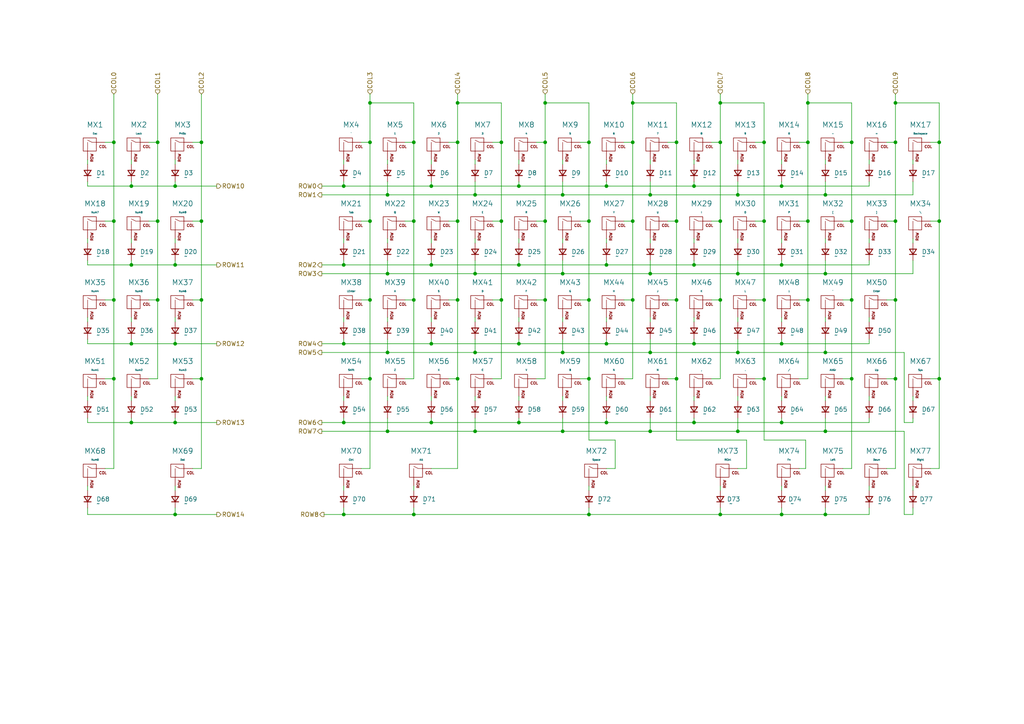
<source format=kicad_sch>
(kicad_sch (version 20230121) (generator eeschema)
  (paper "A4")
  (junction (at 213.995 79.375))
  (junction (at 150.495 53.975))
  (junction (at 208.915 64.135))
  (junction (at 226.695 122.555))
  (junction (at 213.995 102.235))
  (junction (at 33.02 41.275))
  (junction (at 99.695 122.555))
  (junction (at 145.415 86.995))
  (junction (at 137.795 56.515))
  (junction (at 107.315 41.275))
  (junction (at 137.795 125.095))
  (junction (at 99.695 76.835))
  (junction (at 99.695 53.975))
  (junction (at 272.415 41.275))
  (junction (at 234.315 86.995))
  (junction (at 196.215 41.275))
  (junction (at 163.195 56.515))
  (junction (at 183.515 86.995))
  (junction (at 259.715 109.855))
  (junction (at 33.02 64.135))
  (junction (at 247.015 41.275))
  (junction (at 158.115 41.275))
  (junction (at 45.72 41.275))
  (junction (at 272.415 109.855))
  (junction (at 259.715 86.995))
  (junction (at 196.215 109.855))
  (junction (at 201.295 76.835))
  (junction (at 132.715 64.135))
  (junction (at 188.595 102.235))
  (junction (at 208.915 86.995))
  (junction (at 125.095 122.555))
  (junction (at 221.615 109.855))
  (junction (at 132.715 29.845))
  (junction (at 38.1 99.695))
  (junction (at 112.395 125.095))
  (junction (at 175.895 76.835))
  (junction (at 125.095 76.835))
  (junction (at 213.995 56.515))
  (junction (at 150.495 99.695))
  (junction (at 239.395 125.095))
  (junction (at 196.215 64.135))
  (junction (at 145.415 64.135))
  (junction (at 163.195 125.095))
  (junction (at 175.895 53.975))
  (junction (at 137.795 79.375))
  (junction (at 163.195 79.375))
  (junction (at 183.515 29.845))
  (junction (at 213.995 125.095))
  (junction (at 107.315 64.135))
  (junction (at 137.795 102.235))
  (junction (at 183.515 41.275))
  (junction (at 150.495 122.555))
  (junction (at 125.095 99.695))
  (junction (at 50.8 53.975))
  (junction (at 145.415 41.275))
  (junction (at 50.8 149.225))
  (junction (at 112.395 56.515))
  (junction (at 107.315 109.855))
  (junction (at 120.015 41.275))
  (junction (at 50.8 99.695))
  (junction (at 188.595 79.375))
  (junction (at 50.8 76.835))
  (junction (at 170.815 41.275))
  (junction (at 38.1 122.555))
  (junction (at 45.72 64.135))
  (junction (at 170.815 109.855))
  (junction (at 188.595 125.095))
  (junction (at 33.02 86.995))
  (junction (at 120.015 64.135))
  (junction (at 239.395 56.515))
  (junction (at 272.415 64.135))
  (junction (at 38.1 76.835))
  (junction (at 239.395 102.235))
  (junction (at 196.215 86.995))
  (junction (at 33.02 109.855))
  (junction (at 226.695 99.695))
  (junction (at 158.115 29.845))
  (junction (at 58.42 64.135))
  (junction (at 107.315 86.995))
  (junction (at 170.815 64.135))
  (junction (at 150.495 76.835))
  (junction (at 125.095 53.975))
  (junction (at 170.815 149.225))
  (junction (at 247.015 64.135))
  (junction (at 132.715 41.275))
  (junction (at 201.295 99.695))
  (junction (at 107.315 29.845))
  (junction (at 163.195 102.235))
  (junction (at 239.395 149.225))
  (junction (at 112.395 79.375))
  (junction (at 208.915 29.845))
  (junction (at 50.8 122.555))
  (junction (at 208.915 41.275))
  (junction (at 183.515 64.135))
  (junction (at 132.715 86.995))
  (junction (at 201.295 122.555))
  (junction (at 132.715 109.855))
  (junction (at 234.315 64.135))
  (junction (at 259.715 64.135))
  (junction (at 226.695 53.975))
  (junction (at 221.615 41.275))
  (junction (at 99.695 99.695))
  (junction (at 188.595 56.515))
  (junction (at 170.815 86.995))
  (junction (at 120.015 149.225))
  (junction (at 58.42 109.855))
  (junction (at 38.1 53.975))
  (junction (at 234.315 29.845))
  (junction (at 259.715 29.845))
  (junction (at 175.895 99.695))
  (junction (at 112.395 102.235))
  (junction (at 234.315 41.275))
  (junction (at 158.115 64.135))
  (junction (at 99.695 149.225))
  (junction (at 221.615 64.135))
  (junction (at 201.295 53.975))
  (junction (at 58.42 86.995))
  (junction (at 247.015 86.995))
  (junction (at 239.395 79.375))
  (junction (at 158.115 86.995))
  (junction (at 120.015 86.995))
  (junction (at 226.695 76.835))
  (junction (at 226.695 149.225))
  (junction (at 247.015 109.855))
  (junction (at 58.42 41.275))
  (junction (at 175.895 122.555))
  (junction (at 45.72 86.995))
  (junction (at 221.615 86.995))
  (junction (at 259.715 41.275))
  (junction (at 208.915 149.225))
  (wire (pts (xy 206.375 86.995) (xy 208.915 86.995)))
  (wire (pts (xy 208.915 142.24) (xy 208.915 140.97)))
  (wire (pts (xy 219.075 86.995) (xy 221.615 86.995)))
  (wire (pts (xy 180.975 64.135) (xy 183.515 64.135)))
  (wire (pts (xy 125.095 75.565) (xy 125.095 76.835)))
  (wire (pts (xy 38.1 121.285) (xy 38.1 122.555)))
  (wire (pts (xy 201.295 70.485) (xy 201.295 69.215)))
  (wire (pts (xy 120.015 64.135) (xy 120.015 86.995)))
  (wire (pts (xy 117.475 64.135) (xy 120.015 64.135)))
  (wire (pts (xy 107.315 86.995) (xy 107.315 109.855)))
  (wire (pts (xy 107.315 109.855) (xy 107.315 135.89)))
  (wire (pts (xy 239.395 79.375) (xy 264.795 79.375)))
  (wire (pts (xy 175.895 53.975) (xy 201.295 53.975)))
  (wire (pts (xy 158.115 41.275) (xy 158.115 64.135)))
  (wire (pts (xy 196.215 86.995) (xy 196.215 109.855)))
  (wire (pts (xy 168.275 64.135) (xy 170.815 64.135)))
  (wire (pts (xy 259.715 135.89) (xy 257.175 135.89)))
  (wire (pts (xy 99.695 93.345) (xy 99.695 92.075)))
  (wire (pts (xy 58.42 27.305) (xy 58.42 41.275)))
  (wire (pts (xy 208.915 149.225) (xy 226.695 149.225)))
  (wire (pts (xy 99.695 149.225) (xy 120.015 149.225)))
  (wire (pts (xy 188.595 125.095) (xy 213.995 125.095)))
  (wire (pts (xy 170.815 109.855) (xy 170.815 127.635)))
  (wire (pts (xy 193.675 64.135) (xy 196.215 64.135)))
  (wire (pts (xy 125.095 93.345) (xy 125.095 92.075)))
  (wire (pts (xy 178.435 135.89) (xy 175.895 135.89)))
  (wire (pts (xy 170.815 149.225) (xy 208.915 149.225)))
  (wire (pts (xy 112.395 52.705) (xy 112.395 56.515)))
  (wire (pts (xy 226.695 116.205) (xy 226.695 114.935)))
  (wire (pts (xy 137.795 79.375) (xy 163.195 79.375)))
  (wire (pts (xy 259.715 29.845) (xy 259.715 41.275)))
  (wire (pts (xy 33.02 64.135) (xy 33.02 86.995)))
  (wire (pts (xy 38.1 53.975) (xy 50.8 53.975)))
  (wire (pts (xy 99.695 147.32) (xy 99.695 149.225)))
  (wire (pts (xy 183.515 41.275) (xy 183.515 64.135)))
  (wire (pts (xy 55.88 41.275) (xy 58.42 41.275)))
  (wire (pts (xy 38.1 70.485) (xy 38.1 69.215)))
  (wire (pts (xy 99.695 98.425) (xy 99.695 99.695)))
  (wire (pts (xy 170.815 41.275) (xy 170.815 64.135)))
  (wire (pts (xy 125.095 122.555) (xy 150.495 122.555)))
  (wire (pts (xy 50.8 70.485) (xy 50.8 69.215)))
  (wire (pts (xy 252.095 70.485) (xy 252.095 69.215)))
  (wire (pts (xy 130.175 41.275) (xy 132.715 41.275)))
  (wire (pts (xy 257.175 86.995) (xy 259.715 86.995)))
  (wire (pts (xy 264.795 142.24) (xy 264.795 140.97)))
  (wire (pts (xy 221.615 41.275) (xy 221.615 64.135)))
  (wire (pts (xy 50.8 93.345) (xy 50.8 92.075)))
  (wire (pts (xy 239.395 142.24) (xy 239.395 140.97)))
  (wire (pts (xy 50.8 75.565) (xy 50.8 76.835)))
  (wire (pts (xy 93.345 125.095) (xy 112.395 125.095)))
  (wire (pts (xy 120.015 149.225) (xy 170.815 149.225)))
  (wire (pts (xy 50.8 98.425) (xy 50.8 99.695)))
  (wire (pts (xy 142.875 41.275) (xy 145.415 41.275)))
  (wire (pts (xy 120.015 142.24) (xy 120.015 140.97)))
  (wire (pts (xy 137.795 70.485) (xy 137.795 69.215)))
  (wire (pts (xy 201.295 53.975) (xy 201.295 52.705)))
  (wire (pts (xy 55.88 86.995) (xy 58.42 86.995)))
  (wire (pts (xy 269.875 41.275) (xy 272.415 41.275)))
  (wire (pts (xy 43.18 41.275) (xy 45.72 41.275)))
  (wire (pts (xy 252.095 93.345) (xy 252.095 92.075)))
  (wire (pts (xy 262.255 149.225) (xy 262.255 125.095)))
  (wire (pts (xy 269.875 64.135) (xy 272.415 64.135)))
  (wire (pts (xy 38.1 122.555) (xy 50.8 122.555)))
  (wire (pts (xy 196.215 41.275) (xy 196.215 29.845)))
  (wire (pts (xy 231.775 109.855) (xy 234.315 109.855)))
  (wire (pts (xy 188.595 52.705) (xy 188.595 56.515)))
  (wire (pts (xy 25.4 93.345) (xy 25.4 92.075)))
  (wire (pts (xy 247.015 135.89) (xy 244.475 135.89)))
  (wire (pts (xy 125.095 98.425) (xy 125.095 99.695)))
  (wire (pts (xy 99.695 99.695) (xy 125.095 99.695)))
  (wire (pts (xy 150.495 122.555) (xy 175.895 122.555)))
  (wire (pts (xy 183.515 86.995) (xy 183.515 109.855)))
  (wire (pts (xy 137.795 121.285) (xy 137.795 125.095)))
  (wire (pts (xy 99.695 116.205) (xy 99.695 114.935)))
  (wire (pts (xy 252.095 121.285) (xy 252.095 122.555)))
  (wire (pts (xy 58.42 41.275) (xy 58.42 64.135)))
  (wire (pts (xy 213.995 52.705) (xy 213.995 56.515)))
  (wire (pts (xy 55.88 64.135) (xy 58.42 64.135)))
  (wire (pts (xy 239.395 116.205) (xy 239.395 114.935)))
  (wire (pts (xy 150.495 93.345) (xy 150.495 92.075)))
  (wire (pts (xy 145.415 41.275) (xy 145.415 64.135)))
  (wire (pts (xy 196.215 127.635) (xy 216.535 127.635)))
  (wire (pts (xy 262.255 122.555) (xy 262.255 102.235)))
  (wire (pts (xy 259.715 41.275) (xy 259.715 64.135)))
  (wire (pts (xy 150.495 116.205) (xy 150.495 114.935)))
  (wire (pts (xy 175.895 70.485) (xy 175.895 69.215)))
  (wire (pts (xy 206.375 64.135) (xy 208.915 64.135)))
  (wire (pts (xy 25.4 98.425) (xy 25.4 99.695)))
  (wire (pts (xy 163.195 75.565) (xy 163.195 79.375)))
  (wire (pts (xy 188.595 121.285) (xy 188.595 125.095)))
  (wire (pts (xy 93.345 102.235) (xy 112.395 102.235)))
  (wire (pts (xy 50.8 99.695) (xy 62.865 99.695)))
  (wire (pts (xy 264.795 116.205) (xy 264.795 114.935)))
  (wire (pts (xy 120.015 147.32) (xy 120.015 149.225)))
  (wire (pts (xy 25.4 75.565) (xy 25.4 76.835)))
  (wire (pts (xy 163.195 116.205) (xy 163.195 114.935)))
  (wire (pts (xy 25.4 70.485) (xy 25.4 69.215)))
  (wire (pts (xy 226.695 76.835) (xy 252.095 76.835)))
  (wire (pts (xy 239.395 93.345) (xy 239.395 92.075)))
  (wire (pts (xy 120.015 86.995) (xy 120.015 109.855)))
  (wire (pts (xy 93.345 76.835) (xy 99.695 76.835)))
  (wire (pts (xy 117.475 41.275) (xy 120.015 41.275)))
  (wire (pts (xy 155.575 41.275) (xy 158.115 41.275)))
  (wire (pts (xy 252.095 142.24) (xy 252.095 140.97)))
  (wire (pts (xy 226.695 70.485) (xy 226.695 69.215)))
  (wire (pts (xy 45.72 109.855) (xy 43.18 109.855)))
  (wire (pts (xy 50.8 53.975) (xy 62.865 53.975)))
  (wire (pts (xy 137.795 47.625) (xy 137.795 46.355)))
  (wire (pts (xy 145.415 109.855) (xy 142.875 109.855)))
  (wire (pts (xy 231.775 86.995) (xy 234.315 86.995)))
  (wire (pts (xy 125.095 121.285) (xy 125.095 122.555)))
  (wire (pts (xy 50.8 53.975) (xy 50.8 52.705)))
  (wire (pts (xy 25.4 147.32) (xy 25.4 149.225)))
  (wire (pts (xy 221.615 29.845) (xy 208.915 29.845)))
  (wire (pts (xy 213.995 75.565) (xy 213.995 79.375)))
  (wire (pts (xy 208.915 64.135) (xy 208.915 86.995)))
  (wire (pts (xy 201.295 99.695) (xy 226.695 99.695)))
  (wire (pts (xy 239.395 47.625) (xy 239.395 46.355)))
  (wire (pts (xy 196.215 109.855) (xy 196.215 127.635)))
  (wire (pts (xy 137.795 98.425) (xy 137.795 102.235)))
  (wire (pts (xy 107.315 27.305) (xy 107.315 29.845)))
  (wire (pts (xy 178.435 127.635) (xy 178.435 135.89)))
  (wire (pts (xy 150.495 70.485) (xy 150.495 69.215)))
  (wire (pts (xy 170.815 41.275) (xy 170.815 29.845)))
  (wire (pts (xy 55.88 109.855) (xy 58.42 109.855)))
  (wire (pts (xy 45.72 27.305) (xy 45.72 41.275)))
  (wire (pts (xy 112.395 56.515) (xy 137.795 56.515)))
  (wire (pts (xy 25.4 122.555) (xy 38.1 122.555)))
  (wire (pts (xy 30.48 41.275) (xy 33.02 41.275)))
  (wire (pts (xy 226.695 99.695) (xy 252.095 99.695)))
  (wire (pts (xy 208.915 86.995) (xy 208.915 109.855)))
  (wire (pts (xy 175.895 121.285) (xy 175.895 122.555)))
  (wire (pts (xy 112.395 75.565) (xy 112.395 79.375)))
  (wire (pts (xy 213.995 56.515) (xy 239.395 56.515)))
  (wire (pts (xy 231.775 64.135) (xy 234.315 64.135)))
  (wire (pts (xy 125.095 53.975) (xy 150.495 53.975)))
  (wire (pts (xy 130.175 109.855) (xy 132.715 109.855)))
  (wire (pts (xy 130.175 64.135) (xy 132.715 64.135)))
  (wire (pts (xy 58.42 109.855) (xy 58.42 135.89)))
  (wire (pts (xy 99.695 53.975) (xy 125.095 53.975)))
  (wire (pts (xy 252.095 122.555) (xy 226.695 122.555)))
  (wire (pts (xy 38.1 98.425) (xy 38.1 99.695)))
  (wire (pts (xy 163.195 98.425) (xy 163.195 102.235)))
  (wire (pts (xy 33.02 27.305) (xy 33.02 41.275)))
  (wire (pts (xy 25.4 149.225) (xy 50.8 149.225)))
  (wire (pts (xy 99.695 121.285) (xy 99.695 122.555)))
  (wire (pts (xy 93.345 122.555) (xy 99.695 122.555)))
  (wire (pts (xy 219.075 41.275) (xy 221.615 41.275)))
  (wire (pts (xy 188.595 75.565) (xy 188.595 79.375)))
  (wire (pts (xy 158.115 27.305) (xy 158.115 29.845)))
  (wire (pts (xy 221.615 64.135) (xy 221.615 86.995)))
  (wire (pts (xy 213.995 125.095) (xy 239.395 125.095)))
  (wire (pts (xy 104.775 109.855) (xy 107.315 109.855)))
  (wire (pts (xy 137.795 116.205) (xy 137.795 114.935)))
  (wire (pts (xy 137.795 125.095) (xy 163.195 125.095)))
  (wire (pts (xy 25.4 53.975) (xy 38.1 53.975)))
  (wire (pts (xy 259.715 64.135) (xy 259.715 86.995)))
  (wire (pts (xy 244.475 86.995) (xy 247.015 86.995)))
  (wire (pts (xy 38.1 47.625) (xy 38.1 46.355)))
  (wire (pts (xy 38.1 75.565) (xy 38.1 76.835)))
  (wire (pts (xy 155.575 64.135) (xy 158.115 64.135)))
  (wire (pts (xy 137.795 93.345) (xy 137.795 92.075)))
  (wire (pts (xy 221.615 86.995) (xy 221.615 109.855)))
  (wire (pts (xy 226.695 98.425) (xy 226.695 99.695)))
  (wire (pts (xy 112.395 102.235) (xy 137.795 102.235)))
  (wire (pts (xy 50.8 142.24) (xy 50.8 140.97)))
  (wire (pts (xy 163.195 93.345) (xy 163.195 92.075)))
  (wire (pts (xy 33.02 109.855) (xy 33.02 135.89)))
  (wire (pts (xy 234.315 86.995) (xy 234.315 109.855)))
  (wire (pts (xy 213.995 70.485) (xy 213.995 69.215)))
  (wire (pts (xy 38.1 76.835) (xy 50.8 76.835)))
  (wire (pts (xy 168.275 86.995) (xy 170.815 86.995)))
  (wire (pts (xy 221.615 127.635) (xy 233.68 127.635)))
  (wire (pts (xy 112.395 47.625) (xy 112.395 46.355)))
  (wire (pts (xy 239.395 75.565) (xy 239.395 79.375)))
  (wire (pts (xy 239.395 147.32) (xy 239.395 149.225)))
  (wire (pts (xy 201.295 75.565) (xy 201.295 76.835)))
  (wire (pts (xy 226.695 53.975) (xy 252.095 53.975)))
  (wire (pts (xy 188.595 116.205) (xy 188.595 114.935)))
  (wire (pts (xy 93.345 99.695) (xy 99.695 99.695)))
  (wire (pts (xy 226.695 75.565) (xy 226.695 76.835)))
  (wire (pts (xy 226.695 142.24) (xy 226.695 140.97)))
  (wire (pts (xy 180.975 41.275) (xy 183.515 41.275)))
  (wire (pts (xy 137.795 75.565) (xy 137.795 79.375)))
  (wire (pts (xy 175.895 53.975) (xy 175.895 52.705)))
  (wire (pts (xy 158.115 29.845) (xy 158.115 41.275)))
  (wire (pts (xy 170.815 109.855) (xy 168.275 109.855)))
  (wire (pts (xy 50.8 121.285) (xy 50.8 122.555)))
  (wire (pts (xy 137.795 52.705) (xy 137.795 56.515)))
  (wire (pts (xy 170.815 142.24) (xy 170.815 140.97)))
  (wire (pts (xy 201.295 116.205) (xy 201.295 114.935)))
  (wire (pts (xy 264.795 52.705) (xy 264.795 56.515)))
  (wire (pts (xy 125.095 70.485) (xy 125.095 69.215)))
  (wire (pts (xy 244.475 64.135) (xy 247.015 64.135)))
  (wire (pts (xy 155.575 109.855) (xy 158.115 109.855)))
  (wire (pts (xy 120.015 41.275) (xy 120.015 64.135)))
  (wire (pts (xy 264.795 75.565) (xy 264.795 79.375)))
  (wire (pts (xy 50.8 147.32) (xy 50.8 149.225)))
  (wire (pts (xy 112.395 125.095) (xy 137.795 125.095)))
  (wire (pts (xy 188.595 56.515) (xy 213.995 56.515)))
  (wire (pts (xy 107.315 64.135) (xy 107.315 86.995)))
  (wire (pts (xy 38.1 93.345) (xy 38.1 92.075)))
  (wire (pts (xy 170.815 147.32) (xy 170.815 149.225)))
  (wire (pts (xy 180.975 86.995) (xy 183.515 86.995)))
  (wire (pts (xy 38.1 116.205) (xy 38.1 114.935)))
  (wire (pts (xy 201.295 47.625) (xy 201.295 46.355)))
  (wire (pts (xy 188.595 47.625) (xy 188.595 46.355)))
  (wire (pts (xy 120.015 109.855) (xy 117.475 109.855)))
  (wire (pts (xy 93.345 56.515) (xy 112.395 56.515)))
  (wire (pts (xy 93.345 79.375) (xy 112.395 79.375)))
  (wire (pts (xy 239.395 149.225) (xy 252.095 149.225)))
  (wire (pts (xy 233.68 127.635) (xy 233.68 135.89)))
  (wire (pts (xy 216.535 135.89) (xy 213.995 135.89)))
  (wire (pts (xy 272.415 41.275) (xy 272.415 64.135)))
  (wire (pts (xy 170.815 64.135) (xy 170.815 86.995)))
  (wire (pts (xy 99.695 53.975) (xy 99.695 52.705)))
  (wire (pts (xy 45.72 86.995) (xy 45.72 109.855)))
  (wire (pts (xy 196.215 109.855) (xy 193.675 109.855)))
  (wire (pts (xy 145.415 41.275) (xy 145.415 29.845)))
  (wire (pts (xy 117.475 86.995) (xy 120.015 86.995)))
  (wire (pts (xy 221.615 109.855) (xy 219.075 109.855)))
  (wire (pts (xy 208.915 27.305) (xy 208.915 29.845)))
  (wire (pts (xy 150.495 53.975) (xy 150.495 52.705)))
  (wire (pts (xy 259.715 27.305) (xy 259.715 29.845)))
  (wire (pts (xy 25.4 116.205) (xy 25.4 114.935)))
  (wire (pts (xy 183.515 29.845) (xy 183.515 41.275)))
  (wire (pts (xy 58.42 86.995) (xy 58.42 109.855)))
  (wire (pts (xy 221.615 109.855) (xy 221.615 127.635)))
  (wire (pts (xy 244.475 41.275) (xy 247.015 41.275)))
  (wire (pts (xy 112.395 121.285) (xy 112.395 125.095)))
  (wire (pts (xy 233.68 135.89) (xy 231.775 135.89)))
  (wire (pts (xy 30.48 64.135) (xy 33.02 64.135)))
  (wire (pts (xy 252.095 47.625) (xy 252.095 46.355)))
  (wire (pts (xy 163.195 102.235) (xy 188.595 102.235)))
  (wire (pts (xy 257.175 109.855) (xy 259.715 109.855)))
  (wire (pts (xy 25.4 76.835) (xy 38.1 76.835)))
  (wire (pts (xy 125.095 53.975) (xy 125.095 52.705)))
  (wire (pts (xy 226.695 47.625) (xy 226.695 46.355)))
  (wire (pts (xy 163.195 47.625) (xy 163.195 46.355)))
  (wire (pts (xy 206.375 41.275) (xy 208.915 41.275)))
  (wire (pts (xy 163.195 125.095) (xy 188.595 125.095)))
  (wire (pts (xy 175.895 99.695) (xy 201.295 99.695)))
  (wire (pts (xy 175.895 75.565) (xy 175.895 76.835)))
  (wire (pts (xy 221.615 41.275) (xy 221.615 29.845)))
  (wire (pts (xy 226.695 53.975) (xy 226.695 52.705)))
  (wire (pts (xy 219.075 64.135) (xy 221.615 64.135)))
  (wire (pts (xy 168.275 41.275) (xy 170.815 41.275)))
  (wire (pts (xy 239.395 98.425) (xy 239.395 102.235)))
  (wire (pts (xy 269.875 109.855) (xy 272.415 109.855)))
  (wire (pts (xy 193.675 41.275) (xy 196.215 41.275)))
  (wire (pts (xy 193.675 86.995) (xy 196.215 86.995)))
  (wire (pts (xy 163.195 56.515) (xy 188.595 56.515)))
  (wire (pts (xy 45.72 64.135) (xy 45.72 86.995)))
  (wire (pts (xy 201.295 93.345) (xy 201.295 92.075)))
  (wire (pts (xy 33.02 86.995) (xy 33.02 109.855)))
  (wire (pts (xy 208.915 29.845) (xy 208.915 41.275)))
  (wire (pts (xy 132.715 64.135) (xy 132.715 86.995)))
  (wire (pts (xy 175.895 122.555) (xy 201.295 122.555)))
  (wire (pts (xy 145.415 64.135) (xy 145.415 86.995)))
  (wire (pts (xy 196.215 41.275) (xy 196.215 64.135)))
  (wire (pts (xy 99.695 47.625) (xy 99.695 46.355)))
  (wire (pts (xy 247.015 41.275) (xy 247.015 29.845)))
  (wire (pts (xy 247.015 41.275) (xy 247.015 64.135)))
  (wire (pts (xy 132.715 29.845) (xy 132.715 41.275)))
  (wire (pts (xy 125.095 99.695) (xy 150.495 99.695)))
  (wire (pts (xy 104.775 41.275) (xy 107.315 41.275)))
  (wire (pts (xy 107.315 135.89) (xy 104.775 135.89)))
  (wire (pts (xy 234.315 41.275) (xy 234.315 64.135)))
  (wire (pts (xy 150.495 121.285) (xy 150.495 122.555)))
  (wire (pts (xy 30.48 86.995) (xy 33.02 86.995)))
  (wire (pts (xy 175.895 76.835) (xy 201.295 76.835)))
  (wire (pts (xy 239.395 121.285) (xy 239.395 125.095)))
  (wire (pts (xy 252.095 147.32) (xy 252.095 149.225)))
  (wire (pts (xy 175.895 93.345) (xy 175.895 92.075)))
  (wire (pts (xy 25.4 53.975) (xy 25.4 52.705)))
  (wire (pts (xy 137.795 102.235) (xy 163.195 102.235)))
  (wire (pts (xy 264.795 149.225) (xy 262.255 149.225)))
  (wire (pts (xy 150.495 76.835) (xy 175.895 76.835)))
  (wire (pts (xy 201.295 53.975) (xy 226.695 53.975)))
  (wire (pts (xy 99.695 75.565) (xy 99.695 76.835)))
  (wire (pts (xy 188.595 93.345) (xy 188.595 92.075)))
  (wire (pts (xy 93.98 149.225) (xy 99.695 149.225)))
  (wire (pts (xy 33.02 135.89) (xy 30.48 135.89)))
  (wire (pts (xy 196.215 64.135) (xy 196.215 86.995)))
  (wire (pts (xy 226.695 121.285) (xy 226.695 122.555)))
  (wire (pts (xy 158.115 86.995) (xy 158.115 109.855)))
  (wire (pts (xy 50.8 47.625) (xy 50.8 46.355)))
  (wire (pts (xy 30.48 109.855) (xy 33.02 109.855)))
  (wire (pts (xy 132.715 109.855) (xy 132.715 135.89)))
  (wire (pts (xy 188.595 102.235) (xy 213.995 102.235)))
  (wire (pts (xy 150.495 99.695) (xy 175.895 99.695)))
  (wire (pts (xy 50.8 116.205) (xy 50.8 114.935)))
  (wire (pts (xy 112.395 70.485) (xy 112.395 69.215)))
  (wire (pts (xy 239.395 125.095) (xy 262.255 125.095)))
  (wire (pts (xy 170.815 127.635) (xy 178.435 127.635)))
  (wire (pts (xy 262.255 102.235) (xy 239.395 102.235)))
  (wire (pts (xy 257.175 41.275) (xy 259.715 41.275)))
  (wire (pts (xy 252.095 98.425) (xy 252.095 99.695)))
  (wire (pts (xy 150.495 98.425) (xy 150.495 99.695)))
  (wire (pts (xy 208.915 147.32) (xy 208.915 149.225)))
  (wire (pts (xy 45.72 41.275) (xy 45.72 64.135)))
  (wire (pts (xy 142.875 64.135) (xy 145.415 64.135)))
  (wire (pts (xy 213.995 121.285) (xy 213.995 125.095)))
  (wire (pts (xy 170.815 86.995) (xy 170.815 109.855)))
  (wire (pts (xy 104.775 86.995) (xy 107.315 86.995)))
  (wire (pts (xy 213.995 93.345) (xy 213.995 92.075)))
  (wire (pts (xy 175.895 47.625) (xy 175.895 46.355)))
  (wire (pts (xy 145.415 29.845) (xy 132.715 29.845)))
  (wire (pts (xy 257.175 64.135) (xy 259.715 64.135)))
  (wire (pts (xy 206.375 109.855) (xy 208.915 109.855)))
  (wire (pts (xy 175.895 116.205) (xy 175.895 114.935)))
  (wire (pts (xy 247.015 86.995) (xy 247.015 109.855)))
  (wire (pts (xy 247.015 109.855) (xy 244.475 109.855)))
  (wire (pts (xy 259.715 86.995) (xy 259.715 109.855)))
  (wire (pts (xy 234.315 27.305) (xy 234.315 29.845)))
  (wire (pts (xy 38.1 99.695) (xy 50.8 99.695)))
  (wire (pts (xy 132.715 86.995) (xy 132.715 109.855)))
  (wire (pts (xy 183.515 64.135) (xy 183.515 86.995)))
  (wire (pts (xy 104.775 64.135) (xy 107.315 64.135)))
  (wire (pts (xy 259.715 109.855) (xy 259.715 135.89)))
  (wire (pts (xy 112.395 116.205) (xy 112.395 114.935)))
  (wire (pts (xy 99.695 142.24) (xy 99.695 140.97)))
  (wire (pts (xy 201.295 76.835) (xy 226.695 76.835)))
  (wire (pts (xy 112.395 98.425) (xy 112.395 102.235)))
  (wire (pts (xy 226.695 93.345) (xy 226.695 92.075)))
  (wire (pts (xy 239.395 70.485) (xy 239.395 69.215)))
  (wire (pts (xy 25.4 47.625) (xy 25.4 46.355)))
  (wire (pts (xy 112.395 93.345) (xy 112.395 92.075)))
  (wire (pts (xy 150.495 53.975) (xy 175.895 53.975)))
  (wire (pts (xy 188.595 98.425) (xy 188.595 102.235)))
  (wire (pts (xy 163.195 52.705) (xy 163.195 56.515)))
  (wire (pts (xy 62.865 122.555) (xy 50.8 122.555)))
  (wire (pts (xy 137.795 56.515) (xy 163.195 56.515)))
  (wire (pts (xy 145.415 86.995) (xy 145.415 109.855)))
  (wire (pts (xy 272.415 64.135) (xy 272.415 109.855)))
  (wire (pts (xy 252.095 75.565) (xy 252.095 76.835)))
  (wire (pts (xy 264.795 147.32) (xy 264.795 149.225)))
  (wire (pts (xy 163.195 70.485) (xy 163.195 69.215)))
  (wire (pts (xy 43.18 86.995) (xy 45.72 86.995)))
  (wire (pts (xy 183.515 27.305) (xy 183.515 29.845)))
  (wire (pts (xy 125.095 76.835) (xy 150.495 76.835)))
  (wire (pts (xy 208.915 41.275) (xy 208.915 64.135)))
  (wire (pts (xy 50.8 76.835) (xy 62.865 76.835)))
  (wire (pts (xy 50.8 149.225) (xy 62.865 149.225)))
  (wire (pts (xy 150.495 47.625) (xy 150.495 46.355)))
  (wire (pts (xy 213.995 79.375) (xy 239.395 79.375)))
  (wire (pts (xy 247.015 109.855) (xy 247.015 135.89)))
  (wire (pts (xy 201.295 98.425) (xy 201.295 99.695)))
  (wire (pts (xy 58.42 64.135) (xy 58.42 86.995)))
  (wire (pts (xy 158.115 64.135) (xy 158.115 86.995)))
  (wire (pts (xy 163.195 79.375) (xy 188.595 79.375)))
  (wire (pts (xy 247.015 64.135) (xy 247.015 86.995)))
  (wire (pts (xy 58.42 135.89) (xy 55.88 135.89)))
  (wire (pts (xy 99.695 122.555) (xy 125.095 122.555)))
  (wire (pts (xy 252.095 53.975) (xy 252.095 52.705)))
  (wire (pts (xy 93.345 53.975) (xy 99.695 53.975)))
  (wire (pts (xy 99.695 70.485) (xy 99.695 69.215)))
  (wire (pts (xy 239.395 56.515) (xy 264.795 56.515)))
  (wire (pts (xy 25.4 99.695) (xy 38.1 99.695)))
  (wire (pts (xy 188.595 79.375) (xy 213.995 79.375)))
  (wire (pts (xy 175.895 98.425) (xy 175.895 99.695)))
  (wire (pts (xy 120.015 41.275) (xy 120.015 29.845)))
  (wire (pts (xy 234.315 64.135) (xy 234.315 86.995)))
  (wire (pts (xy 150.495 75.565) (xy 150.495 76.835)))
  (wire (pts (xy 155.575 86.995) (xy 158.115 86.995)))
  (wire (pts (xy 132.715 41.275) (xy 132.715 64.135)))
  (wire (pts (xy 180.975 109.855) (xy 183.515 109.855)))
  (wire (pts (xy 132.715 135.89) (xy 125.095 135.89)))
  (wire (pts (xy 107.315 41.275) (xy 107.315 64.135)))
  (wire (pts (xy 99.695 76.835) (xy 125.095 76.835)))
  (wire (pts (xy 213.995 47.625) (xy 213.995 46.355)))
  (wire (pts (xy 120.015 29.845) (xy 107.315 29.845)))
  (wire (pts (xy 43.18 64.135) (xy 45.72 64.135)))
  (wire (pts (xy 33.02 41.275) (xy 33.02 64.135)))
  (wire (pts (xy 125.095 116.205) (xy 125.095 114.935)))
  (wire (pts (xy 226.695 147.32) (xy 226.695 149.225)))
  (wire (pts (xy 188.595 70.485) (xy 188.595 69.215)))
  (wire (pts (xy 132.715 27.305) (xy 132.715 29.845)))
  (wire (pts (xy 226.695 149.225) (xy 239.395 149.225)))
  (wire (pts (xy 213.995 116.205) (xy 213.995 114.935)))
  (wire (pts (xy 252.095 116.205) (xy 252.095 114.935)))
  (wire (pts (xy 107.315 29.845) (xy 107.315 41.275)))
  (wire (pts (xy 264.795 70.485) (xy 264.795 69.215)))
  (wire (pts (xy 125.095 47.625) (xy 125.095 46.355)))
  (wire (pts (xy 213.995 102.235) (xy 239.395 102.235)))
  (wire (pts (xy 142.875 86.995) (xy 145.415 86.995)))
  (wire (pts (xy 201.295 121.285) (xy 201.295 122.555)))
  (wire (pts (xy 196.215 29.845) (xy 183.515 29.845)))
  (wire (pts (xy 272.415 109.855) (xy 272.415 135.89)))
  (wire (pts (xy 231.775 41.275) (xy 234.315 41.275)))
  (wire (pts (xy 264.795 121.285) (xy 264.795 122.555)))
  (wire (pts (xy 272.415 41.275) (xy 272.415 29.845)))
  (wire (pts (xy 272.415 29.845) (xy 259.715 29.845)))
  (wire (pts (xy 264.795 47.625) (xy 264.795 46.355)))
  (wire (pts (xy 247.015 29.845) (xy 234.315 29.845)))
  (wire (pts (xy 264.795 122.555) (xy 262.255 122.555)))
  (wire (pts (xy 234.315 29.845) (xy 234.315 41.275)))
  (wire (pts (xy 130.175 86.995) (xy 132.715 86.995)))
  (wire (pts (xy 25.4 121.285) (xy 25.4 122.555)))
  (wire (pts (xy 163.195 121.285) (xy 163.195 125.095)))
  (wire (pts (xy 269.875 135.89) (xy 272.415 135.89)))
  (wire (pts (xy 239.395 52.705) (xy 239.395 56.515)))
  (wire (pts (xy 25.4 142.24) (xy 25.4 140.97)))
  (wire (pts (xy 213.995 98.425) (xy 213.995 102.235)))
  (wire (pts (xy 170.815 29.845) (xy 158.115 29.845)))
  (wire (pts (xy 201.295 122.555) (xy 226.695 122.555)))
  (wire (pts (xy 216.535 127.635) (xy 216.535 135.89)))
  (wire (pts (xy 38.1 52.705) (xy 38.1 53.975)))
  (wire (pts (xy 112.395 79.375) (xy 137.795 79.375)))
  (hierarchical_label "ROW5" (shape output) (at 93.345 102.235 180))
  (hierarchical_label "COL6" (shape input) (at 183.515 27.305 90))
  (hierarchical_label "COL5" (shape input) (at 158.115 27.305 90))
  (hierarchical_label "ROW13" (shape output) (at 62.865 122.555 0))
  (hierarchical_label "ROW12" (shape output) (at 62.865 99.695 0))
  (hierarchical_label "COL4" (shape input) (at 132.715 27.305 90))
  (hierarchical_label "ROW3" (shape output) (at 93.345 79.375 180))
  (hierarchical_label "ROW0" (shape output) (at 93.345 53.975 180))
  (hierarchical_label "COL0" (shape input) (at 33.02 27.305 90))
  (hierarchical_label "ROW2" (shape output) (at 93.345 76.835 180))
  (hierarchical_label "ROW11" (shape output) (at 62.865 76.835 0))
  (hierarchical_label "COL2" (shape input) (at 58.42 27.305 90))
  (hierarchical_label "ROW8" (shape output) (at 93.98 149.225 180))
  (hierarchical_label "COL8" (shape input) (at 234.315 27.305 90))
  (hierarchical_label "COL9" (shape input) (at 259.715 27.305 90))
  (hierarchical_label "ROW6" (shape output) (at 93.345 122.555 180))
  (hierarchical_label "ROW7" (shape output) (at 93.345 125.095 180))
  (hierarchical_label "COL1" (shape input) (at 45.72 27.305 90))
  (hierarchical_label "ROW10" (shape output) (at 62.865 53.975 0))
  (hierarchical_label "ROW14" (shape output) (at 62.865 149.225 0))
  (hierarchical_label "ROW1" (shape output) (at 93.345 56.515 180))
  (hierarchical_label "COL3" (shape input) (at 107.315 27.305 90))
  (hierarchical_label "ROW4" (shape output) (at 93.345 99.695 180))
  (hierarchical_label "COL7" (shape input) (at 208.915 27.305 90))
  (symbol (lib_id "MX_Alps_Hybrid:MX-NoLED") (at 39.37 42.545 0) (unit 1)
    (property "Reference" "MX2" (at 40.2652 36.195 0) (effects (font (size 1.524 1.524))))
    (property "Value" "Lock" (at 40.2652 38.735 0) (effects (font (size 0.508 0.508))))
    (property "Footprint" "MX_Only:MXOnly-1U-NoLED" (effects hide))
  )
  (symbol (lib_id "Device:D_Small") (at 175.895 73.025 90) (unit 1)
    (property "Reference" "D27" (at 178.435 73.025 90) (effects (justify right)))
    (property "Value" "~" (at 178.435 74.295 90) (effects (justify right)))
    (property "Footprint" "Diode_SMD:D_SOD-123" (effects hide))
    (property "Sim.Device" "D" (effects hide))
    (property "Sim.Pins" "1=K 2=A" (effects hide))
  )
  (symbol (lib_id "MX_Alps_Hybrid:MX-NoLED") (at 39.37 111.125 0) (unit 1)
    (property "Reference" "MX52" (at 40.2652 104.775 0) (effects (font (size 1.524 1.524))))
    (property "Value" "Num2" (at 40.2652 107.315 0) (effects (font (size 0.508 0.508))))
    (property "Footprint" "MX_Only:MXOnly-1U-NoLED" (effects hide))
  )
  (symbol (lib_id "MX_Alps_Hybrid:MX-NoLED") (at 126.365 65.405 0) (unit 1)
    (property "Reference" "MX23" (at 127.2602 59.055 0) (effects (font (size 1.524 1.524))))
    (property "Value" "W" (at 127.2602 61.595 0) (effects (font (size 0.508 0.508))))
    (property "Footprint" "MX_Only:MXOnly-1U-NoLED" (effects hide))
  )
  (symbol (lib_id "Device:D_Small") (at 99.695 73.025 90) (unit 1)
    (property "Reference" "D21" (at 102.235 73.025 90) (effects (justify right)))
    (property "Value" "~" (at 102.235 74.295 90) (effects (justify right)))
    (property "Footprint" "Diode_SMD:D_SOD-123" (effects hide))
    (property "Sim.Device" "D" (effects hide))
    (property "Sim.Pins" "1=K 2=A" (effects hide))
  )
  (symbol (lib_id "MX_Alps_Hybrid:MX-NoLED") (at 100.965 42.545 0) (unit 1)
    (property "Reference" "MX4" (at 101.8602 36.195 0) (effects (font (size 1.524 1.524))))
    (property "Value" "`" (at 101.8602 38.735 0) (effects (font (size 0.508 0.508))))
    (property "Footprint" "MX_Only:MXOnly-1U-NoLED" (effects hide))
  )
  (symbol (lib_id "MX_Alps_Hybrid:MX-NoLED") (at 189.865 111.125 0) (unit 1)
    (property "Reference" "MX61" (at 190.7602 104.775 0) (effects (font (size 1.524 1.524))))
    (property "Value" "M" (at 190.7602 107.315 0) (effects (font (size 0.508 0.508))))
    (property "Footprint" "MX_Only:MXOnly-1U-NoLED" (effects hide))
  )
  (symbol (lib_id "MX_Alps_Hybrid:MX-NoLED") (at 215.265 111.125 0) (unit 1)
    (property "Reference" "MX63" (at 216.1602 104.775 0) (effects (font (size 1.524 1.524))))
    (property "Value" "." (at 216.1602 107.315 0) (effects (font (size 0.508 0.508))))
    (property "Footprint" "MX_Only:MXOnly-1U-NoLED" (effects hide))
  )
  (symbol (lib_id "Device:D_Small") (at 163.195 73.025 90) (unit 1)
    (property "Reference" "D26" (at 165.735 73.025 90) (effects (justify right)))
    (property "Value" "~" (at 165.735 74.295 90) (effects (justify right)))
    (property "Footprint" "Diode_SMD:D_SOD-123" (effects hide))
    (property "Sim.Device" "D" (effects hide))
    (property "Sim.Pins" "1=K 2=A" (effects hide))
  )
  (symbol (lib_id "MX_Alps_Hybrid:MX-NoLED") (at 139.065 65.405 0) (unit 1)
    (property "Reference" "MX24" (at 139.9602 59.055 0) (effects (font (size 1.524 1.524))))
    (property "Value" "E" (at 139.9602 61.595 0) (effects (font (size 0.508 0.508))))
    (property "Footprint" "MX_Only:MXOnly-1U-NoLED" (effects hide))
  )
  (symbol (lib_id "MX_Alps_Hybrid:MX-NoLED") (at 240.665 65.405 0) (unit 1)
    (property "Reference" "MX32" (at 241.5602 59.055 0) (effects (font (size 1.524 1.524))))
    (property "Value" "[" (at 241.5602 61.595 0) (effects (font (size 0.508 0.508))))
    (property "Footprint" "MX_Only:MXOnly-1U-NoLED" (effects hide))
  )
  (symbol (lib_id "Device:D_Small") (at 25.4 50.165 90) (unit 1)
    (property "Reference" "D1" (at 27.94 50.165 90) (effects (justify right)))
    (property "Value" "~" (at 27.94 51.435 90) (effects (justify right)))
    (property "Footprint" "Diode_SMD:D_SOD-123" (effects hide))
    (property "Sim.Device" "D" (effects hide))
    (property "Sim.Pins" "1=K 2=A" (effects hide))
  )
  (symbol (lib_id "MX_Alps_Hybrid:MX-NoLED") (at 215.265 65.405 0) (unit 1)
    (property "Reference" "MX30" (at 216.1602 59.055 0) (effects (font (size 1.524 1.524))))
    (property "Value" "O" (at 216.1602 61.595 0) (effects (font (size 0.508 0.508))))
    (property "Footprint" "MX_Only:MXOnly-1U-NoLED" (effects hide))
  )
  (symbol (lib_id "Device:D_Small") (at 99.695 50.165 90) (unit 1)
    (property "Reference" "D4" (at 102.235 50.165 90) (effects (justify right)))
    (property "Value" "~" (at 102.235 51.435 90) (effects (justify right)))
    (property "Footprint" "Diode_SMD:D_SOD-123" (effects hide))
    (property "Sim.Device" "D" (effects hide))
    (property "Sim.Pins" "1=K 2=A" (effects hide))
  )
  (symbol (lib_id "MX_Alps_Hybrid:MX-NoLED") (at 26.67 65.405 0) (unit 1)
    (property "Reference" "MX18" (at 27.5652 59.055 0) (effects (font (size 1.524 1.524))))
    (property "Value" "Num7" (at 27.5652 61.595 0) (effects (font (size 0.508 0.508))))
    (property "Footprint" "MX_Only:MXOnly-1U-NoLED" (effects hide))
  )
  (symbol (lib_id "Device:D_Small") (at 163.195 95.885 90) (unit 1)
    (property "Reference" "D43" (at 165.735 95.885 90) (effects (justify right)))
    (property "Value" "~" (at 165.735 97.155 90) (effects (justify right)))
    (property "Footprint" "Diode_SMD:D_SOD-123" (effects hide))
    (property "Sim.Device" "D" (effects hide))
    (property "Sim.Pins" "1=K 2=A" (effects hide))
  )
  (symbol (lib_id "MX_Alps_Hybrid:MX-NoLED") (at 227.965 65.405 0) (unit 1)
    (property "Reference" "MX31" (at 228.8602 59.055 0) (effects (font (size 1.524 1.524))))
    (property "Value" "P" (at 228.8602 61.595 0) (effects (font (size 0.508 0.508))))
    (property "Footprint" "MX_Only:MXOnly-1U-NoLED" (effects hide))
  )
  (symbol (lib_id "MX_Alps_Hybrid:MX-NoLED") (at 210.185 137.16 0) (unit 1)
    (property "Reference" "MX73" (at 211.0802 130.81 0) (effects (font (size 1.524 1.524))))
    (property "Value" "RCtrl" (at 211.0802 133.35 0) (effects (font (size 0.508 0.508))))
    (property "Footprint" "MX_Only:MXOnly-1.25U-NoLED" (effects hide))
  )
  (symbol (lib_id "MX_Alps_Hybrid:MX-NoLED") (at 26.67 111.125 0) (unit 1)
    (property "Reference" "MX51" (at 27.5652 104.775 0) (effects (font (size 1.524 1.524))))
    (property "Value" "Num1" (at 27.5652 107.315 0) (effects (font (size 0.508 0.508))))
    (property "Footprint" "MX_Only:MXOnly-1U-NoLED" (effects hide))
  )
  (symbol (lib_id "Device:D_Small") (at 125.095 118.745 90) (unit 1)
    (property "Reference" "D56" (at 127.635 118.745 90) (effects (justify right)))
    (property "Value" "~" (at 127.635 120.015 90) (effects (justify right)))
    (property "Footprint" "Diode_SMD:D_SOD-123" (effects hide))
    (property "Sim.Device" "D" (effects hide))
    (property "Sim.Pins" "1=K 2=A" (effects hide))
  )
  (symbol (lib_id "MX_Alps_Hybrid:MX-NoLED") (at 164.465 88.265 0) (unit 1)
    (property "Reference" "MX43" (at 165.3602 81.915 0) (effects (font (size 1.524 1.524))))
    (property "Value" "G" (at 165.3602 84.455 0) (effects (font (size 0.508 0.508))))
    (property "Footprint" "MX_Only:MXOnly-1U-NoLED" (effects hide))
  )
  (symbol (lib_id "MX_Alps_Hybrid:MX-NoLED") (at 227.965 88.265 0) (unit 1)
    (property "Reference" "MX48" (at 228.8602 81.915 0) (effects (font (size 1.524 1.524))))
    (property "Value" ";" (at 228.8602 84.455 0) (effects (font (size 0.508 0.508))))
    (property "Footprint" "MX_Only:MXOnly-1U-NoLED" (effects hide))
  )
  (symbol (lib_id "Device:D_Small") (at 201.295 95.885 90) (unit 1)
    (property "Reference" "D46" (at 203.835 95.885 90) (effects (justify right)))
    (property "Value" "~" (at 203.835 97.155 90) (effects (justify right)))
    (property "Footprint" "Diode_SMD:D_SOD-123" (effects hide))
    (property "Sim.Device" "D" (effects hide))
    (property "Sim.Pins" "1=K 2=A" (effects hide))
  )
  (symbol (lib_id "Device:D_Small") (at 25.4 73.025 90) (unit 1)
    (property "Reference" "D18" (at 27.94 73.025 90) (effects (justify right)))
    (property "Value" "~" (at 27.94 74.295 90) (effects (justify right)))
    (property "Footprint" "Diode_SMD:D_SOD-123" (effects hide))
    (property "Sim.Device" "D" (effects hide))
    (property "Sim.Pins" "1=K 2=A" (effects hide))
  )
  (symbol (lib_id "Device:D_Small") (at 213.995 50.165 90) (unit 1)
    (property "Reference" "D13" (at 216.535 50.165 90) (effects (justify right)))
    (property "Value" "~" (at 216.535 51.435 90) (effects (justify right)))
    (property "Footprint" "Diode_SMD:D_SOD-123" (effects hide))
    (property "Sim.Device" "D" (effects hide))
    (property "Sim.Pins" "1=K 2=A" (effects hide))
  )
  (symbol (lib_id "MX_Alps_Hybrid:MX-NoLED") (at 177.165 111.125 0) (unit 1)
    (property "Reference" "MX60" (at 178.0602 104.775 0) (effects (font (size 1.524 1.524))))
    (property "Value" "N" (at 178.0602 107.315 0) (effects (font (size 0.508 0.508))))
    (property "Footprint" "MX_Only:MXOnly-1U-NoLED" (effects hide))
  )
  (symbol (lib_id "Device:D_Small") (at 25.4 144.78 90) (unit 1)
    (property "Reference" "D68" (at 27.94 144.78 90) (effects (justify right)))
    (property "Value" "~" (at 27.94 146.05 90) (effects (justify right)))
    (property "Footprint" "Diode_SMD:D_SOD-123" (effects hide))
    (property "Sim.Device" "D" (effects hide))
    (property "Sim.Pins" "1=K 2=A" (effects hide))
  )
  (symbol (lib_id "Device:D_Small") (at 226.695 95.885 90) (unit 1)
    (property "Reference" "D48" (at 229.235 95.885 90) (effects (justify right)))
    (property "Value" "~" (at 229.235 97.155 90) (effects (justify right)))
    (property "Footprint" "Diode_SMD:D_SOD-123" (effects hide))
    (property "Sim.Device" "D" (effects hide))
    (property "Sim.Pins" "1=K 2=A" (effects hide))
  )
  (symbol (lib_id "MX_Alps_Hybrid:MX-NoLED") (at 39.37 65.405 0) (unit 1)
    (property "Reference" "MX19" (at 40.2652 59.055 0) (effects (font (size 1.524 1.524))))
    (property "Value" "Num8" (at 40.2652 61.595 0) (effects (font (size 0.508 0.508))))
    (property "Footprint" "MX_Only:MXOnly-1U-NoLED" (effects hide))
  )
  (symbol (lib_id "MX_Alps_Hybrid:MX-NoLED") (at 151.765 88.265 0) (unit 1)
    (property "Reference" "MX42" (at 152.6602 81.915 0) (effects (font (size 1.524 1.524))))
    (property "Value" "F" (at 152.6602 84.455 0) (effects (font (size 0.508 0.508))))
    (property "Footprint" "MX_Only:MXOnly-1U-NoLED" (effects hide))
  )
  (symbol (lib_id "MX_Alps_Hybrid:MX-NoLED") (at 52.07 42.545 0) (unit 1)
    (property "Reference" "MX3" (at 52.9652 36.195 0) (effects (font (size 1.524 1.524))))
    (property "Value" "PrtSc" (at 52.9652 38.735 0) (effects (font (size 0.508 0.508))))
    (property "Footprint" "MX_Only:MXOnly-1U-NoLED" (effects hide))
  )
  (symbol (lib_id "Device:D_Small") (at 188.595 73.025 90) (unit 1)
    (property "Reference" "D28" (at 191.135 73.025 90) (effects (justify right)))
    (property "Value" "~" (at 191.135 74.295 90) (effects (justify right)))
    (property "Footprint" "Diode_SMD:D_SOD-123" (effects hide))
    (property "Sim.Device" "D" (effects hide))
    (property "Sim.Pins" "1=K 2=A" (effects hide))
  )
  (symbol (lib_id "MX_Alps_Hybrid:MX-NoLED") (at 151.765 42.545 0) (unit 1)
    (property "Reference" "MX8" (at 152.6602 36.195 0) (effects (font (size 1.524 1.524))))
    (property "Value" "4" (at 152.6602 38.735 0) (effects (font (size 0.508 0.508))))
    (property "Footprint" "MX_Only:MXOnly-1U-NoLED" (effects hide))
  )
  (symbol (lib_id "Device:D_Small") (at 125.095 50.165 90) (unit 1)
    (property "Reference" "D6" (at 127.635 50.165 90) (effects (justify right)))
    (property "Value" "~" (at 127.635 51.435 90) (effects (justify right)))
    (property "Footprint" "Diode_SMD:D_SOD-123" (effects hide))
    (property "Sim.Device" "D" (effects hide))
    (property "Sim.Pins" "1=K 2=A" (effects hide))
  )
  (symbol (lib_id "MX_Alps_Hybrid:MX-NoLED") (at 164.465 42.545 0) (unit 1)
    (property "Reference" "MX9" (at 165.3602 36.195 0) (effects (font (size 1.524 1.524))))
    (property "Value" "5" (at 165.3602 38.735 0) (effects (font (size 0.508 0.508))))
    (property "Footprint" "MX_Only:MXOnly-1U-NoLED" (effects hide))
  )
  (symbol (lib_id "MX_Alps_Hybrid:MX-NoLED") (at 266.065 137.16 0) (unit 1)
    (property "Reference" "MX77" (at 266.9602 130.81 0) (effects (font (size 1.524 1.524))))
    (property "Value" "Right" (at 266.9602 133.35 0) (effects (font (size 0.508 0.508))))
    (property "Footprint" "MX_Only:MXOnly-1U-NoLED" (effects hide))
  )
  (symbol (lib_id "Device:D_Small") (at 239.395 95.885 90) (unit 1)
    (property "Reference" "D49" (at 241.935 95.885 90) (effects (justify right)))
    (property "Value" "~" (at 241.935 97.155 90) (effects (justify right)))
    (property "Footprint" "Diode_SMD:D_SOD-123" (effects hide))
    (property "Sim.Device" "D" (effects hide))
    (property "Sim.Pins" "1=K 2=A" (effects hide))
  )
  (symbol (lib_id "MX_Alps_Hybrid:MX-NoLED") (at 240.665 88.265 0) (unit 1)
    (property "Reference" "MX49" (at 241.5602 81.915 0) (effects (font (size 1.524 1.524))))
    (property "Value" "'" (at 241.5602 84.455 0) (effects (font (size 0.508 0.508))))
    (property "Footprint" "MX_Only:MXOnly-1U-NoLED" (effects hide))
  )
  (symbol (lib_id "Device:D_Small") (at 213.995 73.025 90) (unit 1)
    (property "Reference" "D30" (at 216.535 73.025 90) (effects (justify right)))
    (property "Value" "~" (at 216.535 74.295 90) (effects (justify right)))
    (property "Footprint" "Diode_SMD:D_SOD-123" (effects hide))
    (property "Sim.Device" "D" (effects hide))
    (property "Sim.Pins" "1=K 2=A" (effects hide))
  )
  (symbol (lib_id "Device:D_Small") (at 201.295 118.745 90) (unit 1)
    (property "Reference" "D62" (at 203.835 118.745 90) (effects (justify right)))
    (property "Value" "~" (at 203.835 120.015 90) (effects (justify right)))
    (property "Footprint" "Diode_SMD:D_SOD-123" (effects hide))
    (property "Sim.Device" "D" (effects hide))
    (property "Sim.Pins" "1=K 2=A" (effects hide))
  )
  (symbol (lib_id "Device:D_Small") (at 150.495 73.025 90) (unit 1)
    (property "Reference" "D25" (at 153.035 73.025 90) (effects (justify right)))
    (property "Value" "~" (at 153.035 74.295 90) (effects (justify right)))
    (property "Footprint" "Diode_SMD:D_SOD-123" (effects hide))
    (property "Sim.Device" "D" (effects hide))
    (property "Sim.Pins" "1=K 2=A" (effects hide))
  )
  (symbol (lib_id "Device:D_Small") (at 264.795 144.78 90) (unit 1)
    (property "Reference" "D77" (at 266.7 144.78 90) (effects (justify right)))
    (property "Value" "~" (at 267.335 146.05 90) (effects (justify right)))
    (property "Footprint" "Diode_SMD:D_SOD-123" (effects hide))
    (property "Sim.Device" "D" (effects hide))
    (property "Sim.Pins" "1=K 2=A" (effects hide))
  )
  (symbol (lib_id "MX_Alps_Hybrid:MX-NoLED") (at 126.365 88.265 0) (unit 1)
    (property "Reference" "MX40" (at 127.2602 81.915 0) (effects (font (size 1.524 1.524))))
    (property "Value" "S" (at 127.2602 84.455 0) (effects (font (size 0.508 0.508))))
    (property "Footprint" "MX_Only:MXOnly-1U-NoLED" (effects hide))
  )
  (symbol (lib_id "MX_Alps_Hybrid:MX-NoLED") (at 227.965 111.125 0) (unit 1)
    (property "Reference" "MX64" (at 228.8602 104.775 0) (effects (font (size 1.524 1.524))))
    (property "Value" "/" (at 228.8602 107.315 0) (effects (font (size 0.508 0.508))))
    (property "Footprint" "MX_Only:MXOnly-1U-NoLED" (effects hide))
  )
  (symbol (lib_id "MX_Alps_Hybrid:MX-NoLED") (at 266.065 65.405 0) (unit 1)
    (property "Reference" "MX34" (at 266.9602 59.055 0) (effects (font (size 1.524 1.524))))
    (property "Value" "\\" (at 266.9602 61.595 0) (effects (font (size 0.508 0.508))))
    (property "Footprint" "MX_Only:MXOnly-1.5U-NoLED" (effects hide))
  )
  (symbol (lib_id "Device:D_Small") (at 163.195 118.745 90) (unit 1)
    (property "Reference" "D59" (at 165.735 118.745 90) (effects (justify right)))
    (property "Value" "~" (at 165.735 120.015 90) (effects (justify right)))
    (property "Footprint" "Diode_SMD:D_SOD-123" (effects hide))
    (property "Sim.Device" "D" (effects hide))
    (property "Sim.Pins" "1=K 2=A" (effects hide))
  )
  (symbol (lib_id "MX_Alps_Hybrid:MX-NoLED") (at 113.665 88.265 0) (unit 1)
    (property "Reference" "MX39" (at 114.5602 81.915 0) (effects (font (size 1.524 1.524))))
    (property "Value" "A" (at 114.5602 84.455 0) (effects (font (size 0.508 0.508))))
    (property "Footprint" "MX_Only:MXOnly-1U-NoLED" (effects hide))
  )
  (symbol (lib_id "Device:D_Small") (at 239.395 118.745 90) (unit 1)
    (property "Reference" "D65" (at 241.935 118.745 90) (effects (justify right)))
    (property "Value" "~" (at 241.935 120.015 90) (effects (justify right)))
    (property "Footprint" "Diode_SMD:D_SOD-123" (effects hide))
    (property "Sim.Device" "D" (effects hide))
    (property "Sim.Pins" "1=K 2=A" (effects hide))
  )
  (symbol (lib_id "MX_Alps_Hybrid:MX-NoLED") (at 253.365 42.545 0) (unit 1)
    (property "Reference" "MX16" (at 254.2602 36.195 0) (effects (font (size 1.524 1.524))))
    (property "Value" "=" (at 254.2602 38.735 0) (effects (font (size 0.508 0.508))))
    (property "Footprint" "MX_Only:MXOnly-1U-NoLED" (effects hide))
  )
  (symbol (lib_id "Device:D_Small") (at 99.695 118.745 90) (unit 1)
    (property "Reference" "D54" (at 102.235 118.745 90) (effects (justify right)))
    (property "Value" "~" (at 102.235 120.015 90) (effects (justify right)))
    (property "Footprint" "Diode_SMD:D_SOD-123" (effects hide))
    (property "Sim.Device" "D" (effects hide))
    (property "Sim.Pins" "1=K 2=A" (effects hide))
  )
  (symbol (lib_id "Device:D_Small") (at 50.8 95.885 90) (unit 1)
    (property "Reference" "D37" (at 53.34 95.885 90) (effects (justify right)))
    (property "Value" "~" (at 53.34 97.155 90) (effects (justify right)))
    (property "Footprint" "Diode_SMD:D_SOD-123" (effects hide))
    (property "Sim.Device" "D" (effects hide))
    (property "Sim.Pins" "1=K 2=A" (effects hide))
  )
  (symbol (lib_id "MX_Alps_Hybrid:MX-NoLED") (at 240.665 42.545 0) (unit 1)
    (property "Reference" "MX15" (at 241.5602 36.195 0) (effects (font (size 1.524 1.524))))
    (property "Value" "-" (at 241.5602 38.735 0) (effects (font (size 0.508 0.508))))
    (property "Footprint" "MX_Only:MXOnly-1U-NoLED" (effects hide))
  )
  (symbol (lib_id "Device:D_Small") (at 112.395 50.165 90) (unit 1)
    (property "Reference" "D5" (at 114.935 50.165 90) (effects (justify right)))
    (property "Value" "~" (at 114.935 51.435 90) (effects (justify right)))
    (property "Footprint" "Diode_SMD:D_SOD-123" (effects hide))
    (property "Sim.Device" "D" (effects hide))
    (property "Sim.Pins" "1=K 2=A" (effects hide))
  )
  (symbol (lib_id "MX_Alps_Hybrid:MX-NoLED") (at 177.165 65.405 0) (unit 1)
    (property "Reference" "MX27" (at 178.0602 59.055 0) (effects (font (size 1.524 1.524))))
    (property "Value" "Y" (at 178.0602 61.595 0) (effects (font (size 0.508 0.508))))
    (property "Footprint" "MX_Only:MXOnly-1U-NoLED" (effects hide))
  )
  (symbol (lib_id "Device:D_Small") (at 201.295 73.025 90) (unit 1)
    (property "Reference" "D29" (at 203.835 73.025 90) (effects (justify right)))
    (property "Value" "~" (at 203.835 74.295 90) (effects (justify right)))
    (property "Footprint" "Diode_SMD:D_SOD-123" (effects hide))
    (property "Sim.Device" "D" (effects hide))
    (property "Sim.Pins" "1=K 2=A" (effects hide))
  )
  (symbol (lib_id "MX_Alps_Hybrid:MX-NoLED") (at 100.965 137.16 0) (unit 1)
    (property "Reference" "MX70" (at 101.8602 130.81 0) (effects (font (size 1.524 1.524))))
    (property "Value" "Ctrl" (at 101.8602 133.35 0) (effects (font (size 0.508 0.508))))
    (property "Footprint" "MX_Only:MXOnly-1.25U-NoLED" (effects hide))
  )
  (symbol (lib_id "Device:D_Small") (at 201.295 50.165 90) (unit 1)
    (property "Reference" "D12" (at 203.835 50.165 90) (effects (justify right)))
    (property "Value" "~" (at 203.835 51.435 90) (effects (justify right)))
    (property "Footprint" "Diode_SMD:D_SOD-123" (effects hide))
    (property "Sim.Device" "D" (effects hide))
    (property "Sim.Pins" "1=K 2=A" (effects hide))
  )
  (symbol (lib_id "Device:D_Small") (at 264.795 50.165 90) (unit 1)
    (property "Reference" "D17" (at 267.335 50.165 90) (effects (justify right)))
    (property "Value" "~" (at 267.335 51.435 90) (effects (justify right)))
    (property "Footprint" "Diode_SMD:D_SOD-123" (effects hide))
    (property "Sim.Device" "D" (effects hide))
    (property "Sim.Pins" "1=K 2=A" (effects hide))
  )
  (symbol (lib_id "Device:D_Small") (at 175.895 118.745 90) (unit 1)
    (property "Reference" "D60" (at 178.435 118.745 90) (effects (justify right)))
    (property "Value" "~" (at 178.435 120.015 90) (effects (justify right)))
    (property "Footprint" "Diode_SMD:D_SOD-123" (effects hide))
    (property "Sim.Device" "D" (effects hide))
    (property "Sim.Pins" "1=K 2=A" (effects hide))
  )
  (symbol (lib_id "Device:D_Small") (at 226.695 50.165 90) (unit 1)
    (property "Reference" "D14" (at 229.235 50.165 90) (effects (justify right)))
    (property "Value" "~" (at 229.235 51.435 90) (effects (justify right)))
    (property "Footprint" "Diode_SMD:D_SOD-123" (effects hide))
    (property "Sim.Device" "D" (effects hide))
    (property "Sim.Pins" "1=K 2=A" (effects hide))
  )
  (symbol (lib_id "Device:D_Small") (at 188.595 50.165 90) (unit 1)
    (property "Reference" "D11" (at 191.135 50.165 90) (effects (justify right)))
    (property "Value" "~" (at 191.135 51.435 90) (effects (justify right)))
    (property "Footprint" "Diode_SMD:D_SOD-123" (effects hide))
    (property "Sim.Device" "D" (effects hide))
    (property "Sim.Pins" "1=K 2=A" (effects hide))
  )
  (symbol (lib_id "MX_Alps_Hybrid:MX-NoLED") (at 177.165 88.265 0) (unit 1)
    (property "Reference" "MX44" (at 178.0602 81.915 0) (effects (font (size 1.524 1.524))))
    (property "Value" "H" (at 178.0602 84.455 0) (effects (font (size 0.508 0.508))))
    (property "Footprint" "MX_Only:MXOnly-1U-NoLED" (effects hide))
  )
  (symbol (lib_id "MX_Alps_Hybrid:MX-NoLED") (at 100.965 88.265 0) (unit 1)
    (property "Reference" "MX38" (at 101.8602 81.915 0) (effects (font (size 1.524 1.524))))
    (property "Value" "LEnter" (at 101.8602 84.455 0) (effects (font (size 0.508 0.508))))
    (property "Footprint" "MX_Only:MXOnly-1.75U-NoLED" (effects hide))
  )
  (symbol (lib_id "Device:D_Small") (at 112.395 95.885 90) (unit 1)
    (property "Reference" "D39" (at 114.935 95.885 90) (effects (justify right)))
    (property "Value" "~" (at 114.935 97.155 90) (effects (justify right)))
    (property "Footprint" "Diode_SMD:D_SOD-123" (effects hide))
    (property "Sim.Device" "D" (effects hide))
    (property "Sim.Pins" "1=K 2=A" (effects hide))
  )
  (symbol (lib_id "MX_Alps_Hybrid:MX-NoLED") (at 126.365 111.125 0) (unit 1)
    (property "Reference" "MX56" (at 127.2602 104.775 0) (effects (font (size 1.524 1.524))))
    (property "Value" "X" (at 127.2602 107.315 0) (effects (font (size 0.508 0.508))))
    (property "Footprint" "MX_Only:MXOnly-1U-NoLED" (effects hide))
  )
  (symbol (lib_id "MX_Alps_Hybrid:MX-NoLED") (at 139.065 111.125 0) (unit 1)
    (property "Reference" "MX57" (at 139.9602 104.775 0) (effects (font (size 1.524 1.524))))
    (property "Value" "C" (at 139.9602 107.315 0) (effects (font (size 0.508 0.508))))
    (property "Footprint" "MX_Only:MXOnly-1U-NoLED" (effects hide))
  )
  (symbol (lib_id "Device:D_Small") (at 137.795 118.745 90) (unit 1)
    (property "Reference" "D57" (at 140.335 118.745 90) (effects (justify right)))
    (property "Value" "~" (at 140.335 120.015 90) (effects (justify right)))
    (property "Footprint" "Diode_SMD:D_SOD-123" (effects hide))
    (property "Sim.Device" "D" (effects hide))
    (property "Sim.Pins" "1=K 2=A" (effects hide))
  )
  (symbol (lib_id "Device:D_Small") (at 264.795 73.025 90) (unit 1)
    (property "Reference" "D34" (at 267.335 73.025 90) (effects (justify right)))
    (property "Value" "~" (at 267.335 74.295 90) (effects (justify right)))
    (property "Footprint" "Diode_SMD:D_SOD-123" (effects hide))
    (property "Sim.Device" "D" (effects hide))
    (property "Sim.Pins" "1=K 2=A" (effects hide))
  )
  (symbol (lib_id "MX_Alps_Hybrid:MX-NoLED") (at 151.765 111.125 0) (unit 1)
    (property "Reference" "MX58" (at 152.6602 104.775 0) (effects (font (size 1.524 1.524))))
    (property "Value" "V" (at 152.6602 107.315 0) (effects (font (size 0.508 0.508))))
    (property "Footprint" "MX_Only:MXOnly-1U-NoLED" (effects hide))
  )
  (symbol (lib_id "Device:D_Small") (at 137.795 73.025 90) (unit 1)
    (property "Reference" "D24" (at 140.335 73.025 90) (effects (justify right)))
    (property "Value" "~" (at 140.335 74.295 90) (effects (justify right)))
    (property "Footprint" "Diode_SMD:D_SOD-123" (effects hide))
    (property "Sim.Device" "D" (effects hide))
    (property "Sim.Pins" "1=K 2=A" (effects hide))
  )
  (symbol (lib_id "MX_Alps_Hybrid:MX-NoLED") (at 26.67 137.16 0) (unit 1)
    (property "Reference" "MX68" (at 27.5652 130.81 0) (effects (font (size 1.524 1.524))))
    (property "Value" "Num0" (at 27.5652 133.35 0) (effects (font (size 0.508 0.508))))
    (property "Footprint" "MX_Only:MXOnly-2U-NoLED" (effects hide))
  )
  (symbol (lib_id "Device:D_Small") (at 208.915 144.78 90) (unit 1)
    (property "Reference" "D73" (at 210.82 144.78 90) (effects (justify right)))
    (property "Value" "~" (at 211.455 146.05 90) (effects (justify right)))
    (property "Footprint" "Diode_SMD:D_SOD-123" (effects hide))
    (property "Sim.Device" "D" (effects hide))
    (property "Sim.Pins" "1=K 2=A" (effects hide))
  )
  (symbol (lib_id "Device:D_Small") (at 175.895 50.165 90) (unit 1)
    (property "Reference" "D10" (at 178.435 50.165 90) (effects (justify right)))
    (property "Value" "~" (at 178.435 51.435 90) (effects (justify right)))
    (property "Footprint" "Diode_SMD:D_SOD-123" (effects hide))
    (property "Sim.Device" "D" (effects hide))
    (property "Sim.Pins" "1=K 2=A" (effects hide))
  )
  (symbol (lib_id "MX_Alps_Hybrid:MX-NoLED") (at 113.665 65.405 0) (unit 1)
    (property "Reference" "MX22" (at 114.5602 59.055 0) (effects (font (size 1.524 1.524))))
    (property "Value" "Q" (at 114.5602 61.595 0) (effects (font (size 0.508 0.508))))
    (property "Footprint" "MX_Only:MXOnly-1U-NoLED" (effects hide))
  )
  (symbol (lib_id "Device:D_Small") (at 150.495 118.745 90) (unit 1)
    (property "Reference" "D58" (at 153.035 118.745 90) (effects (justify right)))
    (property "Value" "~" (at 153.035 120.015 90) (effects (justify right)))
    (property "Footprint" "Diode_SMD:D_SOD-123" (effects hide))
    (property "Sim.Device" "D" (effects hide))
    (property "Sim.Pins" "1=K 2=A" (effects hide))
  )
  (symbol (lib_id "Device:D_Small") (at 120.015 144.78 90) (unit 1)
    (property "Reference" "D71" (at 122.555 144.78 90) (effects (justify right)))
    (property "Value" "~" (at 122.555 146.05 90) (effects (justify right)))
    (property "Footprint" "Diode_SMD:D_SOD-123" (effects hide))
    (property "Sim.Device" "D" (effects hide))
    (property "Sim.Pins" "1=K 2=A" (effects hide))
  )
  (symbol (lib_id "MX_Alps_Hybrid:MX-NoLED") (at 52.07 88.265 0) (unit 1)
    (property "Reference" "MX37" (at 52.9652 81.915 0) (effects (font (size 1.524 1.524))))
    (property "Value" "Num6" (at 52.9652 84.455 0) (effects (font (size 0.508 0.508))))
    (property "Footprint" "MX_Only:MXOnly-1U-NoLED" (effects hide))
  )
  (symbol (lib_id "MX_Alps_Hybrid:MX-NoLED") (at 164.465 65.405 0) (unit 1)
    (property "Reference" "MX26" (at 165.3602 59.055 0) (effects (font (size 1.524 1.524))))
    (property "Value" "T" (at 165.3602 61.595 0) (effects (font (size 0.508 0.508))))
    (property "Footprint" "MX_Only:MXOnly-1U-NoLED" (effects hide))
  )
  (symbol (lib_id "MX_Alps_Hybrid:MX-NoLED") (at 202.565 111.125 0) (unit 1)
    (property "Reference" "MX62" (at 203.4602 104.775 0) (effects (font (size 1.524 1.524))))
    (property "Value" "," (at 203.4602 107.315 0) (effects (font (size 0.508 0.508))))
    (property "Footprint" "MX_Only:MXOnly-1U-NoLED" (effects hide))
  )
  (symbol (lib_id "MX_Alps_Hybrid:MX-NoLED") (at 113.665 42.545 0) (unit 1)
    (property "Reference" "MX5" (at 114.5602 36.195 0) (effects (font (size 1.524 1.524))))
    (property "Value" "1" (at 114.5602 38.735 0) (effects (font (size 0.508 0.508))))
    (property "Footprint" "MX_Only:MXOnly-1U-NoLED" (effects hide))
  )
  (symbol (lib_id "MX_Alps_Hybrid:MX-NoLED") (at 172.085 137.16 0) (unit 1)
    (property "Reference" "MX72" (at 172.9802 130.81 0) (effects (font (size 1.524 1.524))))
    (property "Value" "Space" (at 172.9802 133.35 0) (effects (font (size 0.508 0.508))))
    (property "Footprint" "MX_Only:MXOnly-7U-NoLED" (effects hide))
  )
  (symbol (lib_id "MX_Alps_Hybrid:MX-NoLED") (at 189.865 88.265 0) (unit 1)
    (property "Reference" "MX45" (at 190.7602 81.915 0) (effects (font (size 1.524 1.524))))
    (property "Value" "J" (at 190.7602 84.455 0) (effects (font (size 0.508 0.508))))
    (property "Footprint" "MX_Only:MXOnly-1U-NoLED" (effects hide))
  )
  (symbol (lib_id "Device:D_Small") (at 213.995 118.745 90) (unit 1)
    (property "Reference" "D63" (at 216.535 118.745 90) (effects (justify right)))
    (property "Value" "~" (at 216.535 120.015 90) (effects (justify right)))
    (property "Footprint" "Diode_SMD:D_SOD-123" (effects hide))
    (property "Sim.Device" "D" (effects hide))
    (property "Sim.Pins" "1=K 2=A" (effects hide))
  )
  (symbol (lib_id "Device:D_Small") (at 239.395 73.025 90) (unit 1)
    (property "Reference" "D32" (at 241.935 73.025 90) (effects (justify right)))
    (property "Value" "~" (at 241.935 74.295 90) (effects (justify right)))
    (property "Footprint" "Diode_SMD:D_SOD-123" (effects hide))
    (property "Sim.Device" "D" (effects hide))
    (property "Sim.Pins" "1=K 2=A" (effects hide))
  )
  (symbol (lib_id "MX_Alps_Hybrid:MX-NoLED") (at 52.07 111.125 0) (unit 1)
    (property "Reference" "MX53" (at 52.9652 104.775 0) (effects (font (size 1.524 1.524))))
    (property "Value" "Num3" (at 52.9652 107.315 0) (effects (font (size 0.508 0.508))))
    (property "Footprint" "MX_Only:MXOnly-1U-NoLED" (effects hide))
  )
  (symbol (lib_id "MX_Alps_Hybrid:MX-NoLED") (at 266.065 42.545 0) (unit 1)
    (property "Reference" "MX17" (at 266.9602 36.195 0) (effects (font (size 1.524 1.524))))
    (property "Value" "Backspace" (at 266.9602 38.735 0) (effects (font (size 0.508 0.508))))
    (property "Footprint" "MX_Only:MXOnly-2U-NoLED" (effects hide))
  )
  (symbol (lib_id "MX_Alps_Hybrid:MX-NoLED") (at 240.665 111.125 0) (unit 1)
    (property "Reference" "MX65" (at 241.5602 104.775 0) (effects (font (size 1.524 1.524))))
    (property "Value" "AltGr" (at 241.5602 107.315 0) (effects (font (size 0.508 0.508))))
    (property "Footprint" "MX_Only:MXOnly-1U-NoLED" (effects hide))
  )
  (symbol (lib_id "Device:D_Small") (at 125.095 95.885 90) (unit 1)
    (property "Reference" "D40" (at 127.635 95.885 90) (effects (justify right)))
    (property "Value" "~" (at 127.635 97.155 90) (effects (justify right)))
    (property "Footprint" "Diode_SMD:D_SOD-123" (effects hide))
    (property "Sim.Device" "D" (effects hide))
    (property "Sim.Pins" "1=K 2=A" (effects hide))
  )
  (symbol (lib_id "Device:D_Small") (at 252.095 95.885 90) (unit 1)
    (property "Reference" "D50" (at 254.635 95.885 90) (effects (justify right)))
    (property "Value" "~" (at 254.635 97.155 90) (effects (justify right)))
    (property "Footprint" "Diode_SMD:D_SOD-123" (effects hide))
    (property "Sim.Device" "D" (effects hide))
    (property "Sim.Pins" "1=K 2=A" (effects hide))
  )
  (symbol (lib_id "MX_Alps_Hybrid:MX-NoLED") (at 202.565 65.405 0) (unit 1)
    (property "Reference" "MX29" (at 203.4602 59.055 0) (effects (font (size 1.524 1.524))))
    (property "Value" "I" (at 203.4602 61.595 0) (effects (font (size 0.508 0.508))))
    (property "Footprint" "MX_Only:MXOnly-1U-NoLED" (effects hide))
  )
  (symbol (lib_id "MX_Alps_Hybrid:MX-NoLED") (at 121.285 137.16 0) (unit 1)
    (property "Reference" "MX71" (at 122.1802 130.81 0) (effects (font (size 1.524 1.524))))
    (property "Value" "Alt" (at 122.1802 133.35 0) (effects (font (size 0.508 0.508))))
    (property "Footprint" "MX_Only:MXOnly-1.25U-NoLED" (effects hide))
  )
  (symbol (lib_id "Device:D_Small") (at 252.095 118.745 90) (unit 1)
    (property "Reference" "D66" (at 254.635 118.745 90) (effects (justify right)))
    (property "Value" "~" (at 254.635 120.015 90) (effects (justify right)))
    (property "Footprint" "Diode_SMD:D_SOD-123" (effects hide))
    (property "Sim.Device" "D" (effects hide))
    (property "Sim.Pins" "1=K 2=A" (effects hide))
  )
  (symbol (lib_id "Device:D_Small") (at 226.695 118.745 90) (unit 1)
    (property "Reference" "D64" (at 229.235 118.745 90) (effects (justify right)))
    (property "Value" "~" (at 229.235 120.015 90) (effects (justify right)))
    (property "Footprint" "Diode_SMD:D_SOD-123" (effects hide))
    (property "Sim.Device" "D" (effects hide))
    (property "Sim.Pins" "1=K 2=A" (effects hide))
  )
  (symbol (lib_id "MX_Alps_Hybrid:MX-NoLED") (at 227.965 137.16 0) (unit 1)
    (property "Reference" "MX74" (at 228.8602 130.81 0) (effects (font (size 1.524 1.524))))
    (property "Value" "Fn" (at 228.8602 133.35 0) (effects (font (size 0.508 0.508))))
    (property "Footprint" "MX_Only:MXOnly-1.25U-NoLED" (effects hide))
  )
  (symbol (lib_id "MX_Alps_Hybrid:MX-NoLED") (at 253.365 111.125 0) (unit 1)
    (property "Reference" "MX66" (at 254.2602 104.775 0) (effects (font (size 1.524 1.524))))
    (property "Value" "Up" (at 254.2602 107.315 0) (effects (font (size 0.508 0.508))))
    (property "Footprint" "MX_Only:MXOnly-1U-NoLED" (effects hide))
  )
  (symbol (lib_id "Device:D_Small") (at 137.795 95.885 90) (unit 1)
    (property "Reference" "D41" (at 140.335 95.885 90) (effects (justify right)))
    (property "Value" "~" (at 140.335 97.155 90) (effects (justify right)))
    (property "Footprint" "Diode_SMD:D_SOD-123" (effects hide))
    (property "Sim.Device" "D" (effects hide))
    (property "Sim.Pins" "1=K 2=A" (effects hide))
  )
  (symbol (lib_id "Device:D_Small") (at 264.795 118.745 90) (unit 1)
    (property "Reference" "D67" (at 267.335 118.745 90) (effects (justify right)))
    (property "Value" "~" (at 267.335 120.015 90) (effects (justify right)))
    (property "Footprint" "Diode_SMD:D_SOD-123" (effects hide))
    (property "Sim.Device" "D" (effects hide))
    (property "Sim.Pins" "1=K 2=A" (effects hide))
  )
  (symbol (lib_id "MX_Alps_Hybrid:MX-NoLED") (at 139.065 88.265 0) (unit 1)
    (property "Reference" "MX41" (at 139.9602 81.915 0) (effects (font (size 1.524 1.524))))
    (property "Value" "D" (at 139.9602 84.455 0) (effects (font (size 0.508 0.508))))
    (property "Footprint" "MX_Only:MXOnly-1U-NoLED" (effects hide))
  )
  (symbol (lib_id "Device:D_Small") (at 188.595 118.745 90) (unit 1)
    (property "Reference" "D61" (at 191.135 118.745 90) (effects (justify right)))
    (property "Value" "~" (at 191.135 120.015 90) (effects (justify right)))
    (property "Footprint" "Diode_SMD:D_SOD-123" (effects hide))
    (property "Sim.Device" "D" (effects hide))
    (property "Sim.Pins" "1=K 2=A" (effects hide))
  )
  (symbol (lib_id "Device:D_Small") (at 50.8 73.025 90) (unit 1)
    (property "Reference" "D20" (at 53.34 73.025 90) (effects (justify right)))
    (property "Value" "~" (at 53.34 74.295 90) (effects (justify right)))
    (property "Footprint" "Diode_SMD:D_SOD-123" (effects hide))
    (property "Sim.Device" "D" (effects hide))
    (property "Sim.Pins" "1=K 2=A" (effects hide))
  )
  (symbol (lib_id "MX_Alps_Hybrid:MX-NoLED") (at 189.865 42.545 0) (unit 1)
    (property "Reference" "MX11" (at 190.7602 36.195 0) (effects (font (size 1.524 1.524))))
    (property "Value" "7" (at 190.7602 38.735 0) (effects (font (size 0.508 0.508))))
    (property "Footprint" "MX_Only:MXOnly-1U-NoLED" (effects hide))
  )
  (symbol (lib_id "Device:D_Small") (at 50.8 118.745 90) (unit 1)
    (property "Reference" "D53" (at 53.34 118.745 90) (effects (justify right)))
    (property "Value" "~" (at 53.34 120.015 90) (effects (justify right)))
    (property "Footprint" "Diode_SMD:D_SOD-123" (effects hide))
    (property "Sim.Device" "D" (effects hide))
    (property "Sim.Pins" "1=K 2=A" (effects hide))
  )
  (symbol (lib_id "MX_Alps_Hybrid:MX-NoLED") (at 253.365 88.265 0) (unit 1)
    (property "Reference" "MX50" (at 254.2602 81.915 0) (effects (font (size 1.524 1.524))))
    (property "Value" "Enter" (at 254.2602 84.455 0) (effects (font (size 0.508 0.508))))
    (property "Footprint" "MX_Only:MXOnly-2.25U-NoLED" (effects hide))
  )
  (symbol (lib_id "MX_Alps_Hybrid:MX-NoLED") (at 139.065 42.545 0) (unit 1)
    (property "Reference" "MX7" (at 139.9602 36.195 0) (effects (font (size 1.524 1.524))))
    (property "Value" "3" (at 139.9602 38.735 0) (effects (font (size 0.508 0.508))))
    (property "Footprint" "MX_Only:MXOnly-1U-NoLED" (effects hide))
  )
  (symbol (lib_id "MX_Alps_Hybrid:MX-NoLED") (at 113.665 111.125 0) (unit 1)
    (property "Reference" "MX55" (at 114.5602 104.775 0) (effects (font (size 1.524 1.524))))
    (property "Value" "Z" (at 114.5602 107.315 0) (effects (font (size 0.508 0.508))))
    (property "Footprint" "MX_Only:MXOnly-1U-NoLED" (effects hide))
  )
  (symbol (lib_id "MX_Alps_Hybrid:MX-NoLED") (at 100.965 111.125 0) (unit 1)
    (property "Reference" "MX54" (at 101.8602 104.775 0) (effects (font (size 1.524 1.524))))
    (property "Value" "Shift" (at 101.8602 107.315 0) (effects (font (size 0.508 0.508))))
    (property "Footprint" "MX_Only:MXOnly-2U-NoLED" (effects hide))
  )
  (symbol (lib_id "MX_Alps_Hybrid:MX-NoLED") (at 39.37 88.265 0) (unit 1)
    (property "Reference" "MX36" (at 40.2652 81.915 0) (effects (font (size 1.524 1.524))))
    (property "Value" "Num5" (at 40.2652 84.455 0) (effects (font (size 0.508 0.508))))
    (property "Footprint" "MX_Only:MXOnly-1U-NoLED" (effects hide))
  )
  (symbol (lib_id "MX_Alps_Hybrid:MX-NoLED") (at 253.365 137.16 0) (unit 1)
    (property "Reference" "MX76" (at 254.2602 130.81 0) (effects (font (size 1.524 1.524))))
    (property "Value" "Down" (at 254.2602 133.35 0) (effects (font (size 0.508 0.508))))
    (property "Footprint" "MX_Only:MXOnly-1U-NoLED" (effects hide))
  )
  (symbol (lib_id "MX_Alps_Hybrid:MX-NoLED") (at 100.965 65.405 0) (unit 1)
    (property "Reference" "MX21" (at 101.8602 59.055 0) (effects (font (size 1.524 1.524))))
    (property "Value" "Tab" (at 101.8602 61.595 0) (effects (font (size 0.508 0.508))))
    (property "Footprint" "MX_Only:MXOnly-1.5U-NoLED" (effects hide))
  )
  (symbol (lib_id "MX_Alps_Hybrid:MX-NoLED") (at 151.765 65.405 0) (unit 1)
    (property "Reference" "MX25" (at 152.6602 59.055 0) (effects (font (size 1.524 1.524))))
    (property "Value" "R" (at 152.6602 61.595 0) (effects (font (size 0.508 0.508))))
    (property "Footprint" "MX_Only:MXOnly-1U-NoLED" (effects hide))
  )
  (symbol (lib_id "MX_Alps_Hybrid:MX-NoLED") (at 52.07 65.405 0) (unit 1)
    (property "Reference" "MX20" (at 52.9652 59.055 0) (effects (font (size 1.524 1.524))))
    (property "Value" "Num9" (at 52.9652 61.595 0) (effects (font (size 0.508 0.508))))
    (property "Footprint" "MX_Only:MXOnly-1U-NoLED" (effects hide))
  )
  (symbol (lib_id "MX_Alps_Hybrid:MX-NoLED") (at 240.665 137.16 0) (unit 1)
    (property "Reference" "MX75" (at 241.5602 130.81 0) (effects (font (size 1.524 1.524))))
    (property "Value" "Left" (at 241.5602 133.35 0) (effects (font (size 0.508 0.508))))
    (property "Footprint" "MX_Only:MXOnly-1U-NoLED" (effects hide))
  )
  (symbol (lib_id "Device:D_Small") (at 38.1 50.165 90) (unit 1)
    (property "Reference" "D2" (at 40.64 50.165 90) (effects (justify right)))
    (property "Value" "~" (at 40.64 51.435 90) (effects (justify right)))
    (property "Footprint" "Diode_SMD:D_SOD-123" (effects hide))
    (property "Sim.Device" "D" (effects hide))
    (property "Sim.Pins" "1=K 2=A" (effects hide))
  )
  (symbol (lib_id "Device:D_Small") (at 50.8 144.78 90) (unit 1)
    (property "Reference" "D69" (at 53.34 144.78 90) (effects (justify right)))
    (property "Value" "~" (at 53.34 146.05 90) (effects (justify right)))
    (property "Footprint" "Diode_SMD:D_SOD-123" (effects hide))
    (property "Sim.Device" "D" (effects hide))
    (property "Sim.Pins" "1=K 2=A" (effects hide))
  )
  (symbol (lib_id "MX_Alps_Hybrid:MX-NoLED") (at 215.265 42.545 0) (unit 1)
    (property "Reference" "MX13" (at 216.1602 36.195 0) (effects (font (size 1.524 1.524))))
    (property "Value" "9" (at 216.1602 38.735 0) (effects (font (size 0.508 0.508))))
    (property "Footprint" "MX_Only:MXOnly-1U-NoLED" (effects hide))
  )
  (symbol (lib_id "Device:D_Small") (at 50.8 50.165 90) (unit 1)
    (property "Reference" "D3" (at 53.34 50.165 90) (effects (justify right)))
    (property "Value" "~" (at 53.34 51.435 90) (effects (justify right)))
    (property "Footprint" "Diode_SMD:D_SOD-123" (effects hide))
    (property "Sim.Device" "D" (effects hide))
    (property "Sim.Pins" "1=K 2=A" (effects hide))
  )
  (symbol (lib_id "Device:D_Small") (at 38.1 95.885 90) (unit 1)
    (property "Reference" "D36" (at 40.64 95.885 90) (effects (justify right)))
    (property "Value" "~" (at 40.64 97.155 90) (effects (justify right)))
    (property "Footprint" "Diode_SMD:D_SOD-123" (effects hide))
    (property "Sim.Device" "D" (effects hide))
    (property "Sim.Pins" "1=K 2=A" (effects hide))
  )
  (symbol (lib_id "Device:D_Small") (at 150.495 50.165 90) (unit 1)
    (property "Reference" "D8" (at 153.035 50.165 90) (effects (justify right)))
    (property "Value" "~" (at 153.035 51.435 90) (effects (justify right)))
    (property "Footprint" "Diode_SMD:D_SOD-123" (effects hide))
    (property "Sim.Device" "D" (effects hide))
    (property "Sim.Pins" "1=K 2=A" (effects hide))
  )
  (symbol (lib_id "MX_Alps_Hybrid:MX-NoLED") (at 164.465 111.125 0) (unit 1)
    (property "Reference" "MX59" (at 165.3602 104.775 0) (effects (font (size 1.524 1.524))))
    (property "Value" "B" (at 165.3602 107.315 0) (effects (font (size 0.508 0.508))))
    (property "Footprint" "MX_Only:MXOnly-1U-NoLED" (effects hide))
  )
  (symbol (lib_id "Device:D_Small") (at 170.815 144.78 90) (unit 1)
    (property "Reference" "D72" (at 173.355 144.78 90) (effects (justify right)))
    (property "Value" "~" (at 173.355 146.05 90) (effects (justify right)))
    (property "Footprint" "Diode_SMD:D_SOD-123" (effects hide))
    (property "Sim.Device" "D" (effects hide))
    (property "Sim.Pins" "1=K 2=A" (effects hide))
  )
  (symbol (lib_id "Device:D_Small") (at 213.995 95.885 90) (unit 1)
    (property "Reference" "D47" (at 216.535 95.885 90) (effects (justify right)))
    (property "Value" "~" (at 216.535 97.155 90) (effects (justify right)))
    (property "Footprint" "Diode_SMD:D_SOD-123" (effects hide))
    (property "Sim.Device" "D" (effects hide))
    (property "Sim.Pins" "1=K 2=A" (effects hide))
  )
  (symbol (lib_id "MX_Alps_Hybrid:MX-NoLED") (at 266.065 111.125 0) (unit 1)
    (property "Reference" "MX67" (at 266.9602 104.775 0) (effects (font (size 1.524 1.524))))
    (property "Value" "Sys" (at 266.9602 107.315 0) (effects (font (size 0.508 0.508))))
    (property "Footprint" "MX_Only:MXOnly-1U-NoLED" (effects hide))
  )
  (symbol (lib_id "MX_Alps_Hybrid:MX-NoLED") (at 227.965 42.545 0) (unit 1)
    (property "Reference" "MX14" (at 228.8602 36.195 0) (effects (font (size 1.524 1.524))))
    (property "Value" "0" (at 228.8602 38.735 0) (effects (font (size 0.508 0.508))))
    (property "Footprint" "MX_Only:MXOnly-1U-NoLED" (effects hide))
  )
  (symbol (lib_id "Device:D_Small") (at 38.1 73.025 90) (unit 1)
    (property "Reference" "D19" (at 40.64 73.025 90) (effects (justify right)))
    (property "Value" "~" (at 40.64 74.295 90) (effects (justify right)))
    (property "Footprint" "Diode_SMD:D_SOD-123" (effects hide))
    (property "Sim.Device" "D" (effects hide))
    (property "Sim.Pins" "1=K 2=A" (effects hide))
  )
  (symbol (lib_id "Device:D_Small") (at 252.095 144.78 90) (unit 1)
    (property "Reference" "D76" (at 254.635 144.78 90) (effects (justify right)))
    (property "Value" "~" (at 254.635 146.05 90) (effects (justify right)))
    (property "Footprint" "Diode_SMD:D_SOD-123" (effects hide))
    (property "Sim.Device" "D" (effects hide))
    (property "Sim.Pins" "1=K 2=A" (effects hide))
  )
  (symbol (lib_id "Device:D_Small") (at 239.395 50.165 90) (unit 1)
    (property "Reference" "D15" (at 241.935 50.165 90) (effects (justify right)))
    (property "Value" "~" (at 241.935 51.435 90) (effects (justify right)))
    (property "Footprint" "Diode_SMD:D_SOD-123" (effects hide))
    (property "Sim.Device" "D" (effects hide))
    (property "Sim.Pins" "1=K 2=A" (effects hide))
  )
  (symbol (lib_id "Device:D_Small") (at 163.195 50.165 90) (unit 1)
    (property "Reference" "D9" (at 165.735 50.165 90) (effects (justify right)))
    (property "Value" "~" (at 165.735 51.435 90) (effects (justify right)))
    (property "Footprint" "Diode_SMD:D_SOD-123" (effects hide))
    (property "Sim.Device" "D" (effects hide))
    (property "Sim.Pins" "1=K 2=A" (effects hide))
  )
  (symbol (lib_id "Device:D_Small") (at 188.595 95.885 90) (unit 1)
    (property "Reference" "D45" (at 191.135 95.885 90) (effects (justify right)))
    (property "Value" "~" (at 191.135 97.155 90) (effects (justify right)))
    (property "Footprint" "Diode_SMD:D_SOD-123" (effects hide))
    (property "Sim.Device" "D" (effects hide))
    (property "Sim.Pins" "1=K 2=A" (effects hide))
  )
  (symbol (lib_id "MX_Alps_Hybrid:MX-NoLED") (at 202.565 42.545 0) (unit 1)
    (property "Reference" "MX12" (at 203.4602 36.195 0) (effects (font (size 1.524 1.524))))
    (property "Value" "8" (at 203.4602 38.735 0) (effects (font (size 0.508 0.508))))
    (property "Footprint" "MX_Only:MXOnly-1U-NoLED" (effects hide))
  )
  (symbol (lib_id "Device:D_Small") (at 99.695 144.78 90) (unit 1)
    (property "Reference" "D70" (at 102.235 144.78 90) (effects (justify right)))
    (property "Value" "~" (at 102.235 146.05 90) (effects (justify right)))
    (property "Footprint" "Diode_SMD:D_SOD-123" (effects hide))
    (property "Sim.Device" "D" (effects hide))
    (property "Sim.Pins" "1=K 2=A" (effects hide))
  )
  (symbol (lib_id "Device:D_Small") (at 125.095 73.025 90) (unit 1)
    (property "Reference" "D23" (at 127.635 73.025 90) (effects (justify right)))
    (property "Value" "~" (at 127.635 74.295 90) (effects (justify right)))
    (property "Footprint" "Diode_SMD:D_SOD-123" (effects hide))
    (property "Sim.Device" "D" (effects hide))
    (property "Sim.Pins" "1=K 2=A" (effects hide))
  )
  (symbol (lib_id "Device:D_Small") (at 25.4 95.885 90) (unit 1)
    (property "Reference" "D35" (at 27.94 95.885 90) (effects (justify right)))
    (property "Value" "~" (at 27.94 97.155 90) (effects (justify right)))
    (property "Footprint" "Diode_SMD:D_SOD-123" (effects hide))
    (property "Sim.Device" "D" (effects hide))
    (property "Sim.Pins" "1=K 2=A" (effects hide))
  )
  (symbol (lib_id "Device:D_Small") (at 226.695 73.025 90) (unit 1)
    (property "Reference" "D31" (at 229.235 73.025 90) (effects (justify right)))
    (property "Value" "~" (at 229.235 74.295 90) (effects (justify right)))
    (property "Footprint" "Diode_SMD:D_SOD-123" (effects hide))
    (property "Sim.Device" "D" (effects hide))
    (property "Sim.Pins" "1=K 2=A" (effects hide))
  )
  (symbol (lib_id "Device:D_Small") (at 252.095 50.165 90) (unit 1)
    (property "Reference" "D16" (at 254.635 50.165 90) (effects (justify right)))
    (property "Value" "~" (at 254.635 51.435 90) (effects (justify right)))
    (property "Footprint" "Diode_SMD:D_SOD-123" (effects hide))
    (property "Sim.Device" "D" (effects hide))
    (property "Sim.Pins" "1=K 2=A" (effects hide))
  )
  (symbol (lib_id "Device:D_Small") (at 38.1 118.745 90) (unit 1)
    (property "Reference" "D52" (at 40.64 118.745 90) (effects (justify right)))
    (property "Value" "~" (at 40.64 120.015 90) (effects (justify right)))
    (property "Footprint" "Diode_SMD:D_SOD-123" (effects hide))
    (property "Sim.Device" "D" (effects hide))
    (property "Sim.Pins" "1=K 2=A" (effects hide))
  )
  (symbol (lib_id "Device:D_Small") (at 99.695 95.885 90) (unit 1)
    (property "Reference" "D38" (at 102.235 95.885 90) (effects (justify right)))
    (property "Value" "~" (at 102.235 97.155 90) (effects (justify right)))
    (property "Footprint" "Diode_SMD:D_SOD-123" (effects hide))
    (property "Sim.Device" "D" (effects hide))
    (property "Sim.Pins" "1=K 2=A" (effects hide))
  )
  (symbol (lib_id "MX_Alps_Hybrid:MX-NoLED") (at 26.67 88.265 0) (unit 1)
    (property "Reference" "MX35" (at 27.5652 81.915 0) (effects (font (size 1.524 1.524))))
    (property "Value" "Num4" (at 27.5652 84.455 0) (effects (font (size 0.508 0.508))))
    (property "Footprint" "MX_Only:MXOnly-1U-NoLED" (effects hide))
  )
  (symbol (lib_id "Device:D_Small") (at 150.495 95.885 90) (unit 1)
    (property "Reference" "D42" (at 153.035 95.885 90) (effects (justify right)))
    (property "Value" "~" (at 153.035 97.155 90) (effects (justify right)))
    (property "Footprint" "Diode_SMD:D_SOD-123" (effects hide))
    (property "Sim.Device" "D" (effects hide))
    (property "Sim.Pins" "1=K 2=A" (effects hide))
  )
  (symbol (lib_id "Device:D_Small") (at 137.795 50.165 90) (unit 1)
    (property "Reference" "D7" (at 140.335 50.165 90) (effects (justify right)))
    (property "Value" "~" (at 140.335 51.435 90) (effects (justify right)))
    (property "Footprint" "Diode_SMD:D_SOD-123" (effects hide))
    (property "Sim.Device" "D" (effects hide))
    (property "Sim.Pins" "1=K 2=A" (effects hide))
  )
  (symbol (lib_id "Device:D_Small") (at 112.395 73.025 90) (unit 1)
    (property "Reference" "D22" (at 114.935 73.025 90) (effects (justify right)))
    (property "Value" "~" (at 114.935 74.295 90) (effects (justify right)))
    (property "Footprint" "Diode_SMD:D_SOD-123" (effects hide))
    (property "Sim.Device" "D" (effects hide))
    (property "Sim.Pins" "1=K 2=A" (effects hide))
  )
  (symbol (lib_id "Device:D_Small") (at 112.395 118.745 90) (unit 1)
    (property "Reference" "D55" (at 114.935 118.745 90) (effects (justify right)))
    (property "Value" "~" (at 114.935 120.015 90) (effects (justify right)))
    (property "Footprint" "Diode_SMD:D_SOD-123" (effects hide))
    (property "Sim.Device" "D" (effects hide))
    (property "Sim.Pins" "1=K 2=A" (effects hide))
  )
  (symbol (lib_id "Device:D_Small") (at 25.4 118.745 90) (unit 1)
    (property "Reference" "D51" (at 27.94 118.745 90) (effects (justify right)))
    (property "Value" "~" (at 27.94 120.015 90) (effects (justify right)))
    (property "Footprint" "Diode_SMD:D_SOD-123" (effects hide))
    (property "Sim.Device" "D" (effects hide))
    (property "Sim.Pins" "1=K 2=A" (effects hide))
  )
  (symbol (lib_id "Device:D_Small") (at 239.395 144.78 90) (unit 1)
    (property "Reference" "D75" (at 241.935 144.78 90) (effects (justify right)))
    (property "Value" "~" (at 241.935 146.05 90) (effects (justify right)))
    (property "Footprint" "Diode_SMD:D_SOD-123" (effects hide))
    (property "Sim.Device" "D" (effects hide))
    (property "Sim.Pins" "1=K 2=A" (effects hide))
  )
  (symbol (lib_id "MX_Alps_Hybrid:MX-NoLED") (at 52.07 137.16 0) (unit 1)
    (property "Reference" "MX69" (at 52.9652 130.81 0) (effects (font (size 1.524 1.524))))
    (property "Value" "Dot" (at 52.9652 133.35 0) (effects (font (size 0.508 0.508))))
    (property "Footprint" "MX_Only:MXOnly-1U-NoLED" (effects hide))
  )
  (symbol (lib_id "MX_Alps_Hybrid:MX-NoLED") (at 215.265 88.265 0) (unit 1)
    (property "Reference" "MX47" (at 216.1602 81.915 0) (effects (font (size 1.524 1.524))))
    (property "Value" "L" (at 216.1602 84.455 0) (effects (font (size 0.508 0.508))))
    (property "Footprint" "MX_Only:MXOnly-1U-NoLED" (effects hide))
  )
  (symbol (lib_id "MX_Alps_Hybrid:MX-NoLED") (at 177.165 42.545 0) (unit 1)
    (property "Reference" "MX10" (at 178.0602 36.195 0) (effects (font (size 1.524 1.524))))
    (property "Value" "6" (at 178.0602 38.735 0) (effects (font (size 0.508 0.508))))
    (property "Footprint" "MX_Only:MXOnly-1U-NoLED" (effects hide))
  )
  (symbol (lib_id "Device:D_Small") (at 226.695 144.78 90) (unit 1)
    (property "Reference" "D74" (at 228.6 144.78 90) (effects (justify right)))
    (property "Value" "~" (at 229.235 146.05 90) (effects (justify right)))
    (property "Footprint" "Diode_SMD:D_SOD-123" (effects hide))
    (property "Sim.Device" "D" (effects hide))
    (property "Sim.Pins" "1=K 2=A" (effects hide))
  )
  (symbol (lib_id "MX_Alps_Hybrid:MX-NoLED") (at 26.67 42.545 0) (unit 1)
    (property "Reference" "MX1" (at 27.5652 36.195 0) (effects (font (size 1.524 1.524))))
    (property "Value" "Esc" (at 27.5652 38.735 0) (effects (font (size 0.508 0.508))))
    (property "Footprint" "MX_Only:MXOnly-1U-NoLED" (effects hide))
  )
  (symbol (lib_id "MX_Alps_Hybrid:MX-NoLED") (at 126.365 42.545 0) (unit 1)
    (property "Reference" "MX6" (at 127.2602 36.195 0) (effects (font (size 1.524 1.524))))
    (property "Value" "2" (at 127.2602 38.735 0) (effects (font (size 0.508 0.508))))
    (property "Footprint" "MX_Only:MXOnly-1U-NoLED" (effects hide))
  )
  (symbol (lib_id "MX_Alps_Hybrid:MX-NoLED") (at 202.565 88.265 0) (unit 1)
    (property "Reference" "MX46" (at 203.4602 81.915 0) (effects (font (size 1.524 1.524))))
    (property "Value" "K" (at 203.4602 84.455 0) (effects (font (size 0.508 0.508))))
    (property "Footprint" "MX_Only:MXOnly-1U-NoLED" (effects hide))
  )
  (symbol (lib_id "Device:D_Small") (at 252.095 73.025 90) (unit 1)
    (property "Reference" "D33" (at 254.635 73.025 90) (effects (justify right)))
    (property "Value" "~" (at 254.635 74.295 90) (effects (justify right)))
    (property "Footprint" "Diode_SMD:D_SOD-123" (effects hide))
    (property "Sim.Device" "D" (effects hide))
    (property "Sim.Pins" "1=K 2=A" (effects hide))
  )
  (symbol (lib_id "MX_Alps_Hybrid:MX-NoLED") (at 189.865 65.405 0) (unit 1)
    (property "Reference" "MX28" (at 190.7602 59.055 0) (effects (font (size 1.524 1.524))))
    (property "Value" "U" (at 190.7602 61.595 0) (effects (font (size 0.508 0.508))))
    (property "Footprint" "MX_Only:MXOnly-1U-NoLED" (effects hide))
  )
  (symbol (lib_id "MX_Alps_Hybrid:MX-NoLED") (at 253.365 65.405 0) (unit 1)
    (property "Reference" "MX33" (at 254.2602 59.055 0) (effects (font (size 1.524 1.524))))
    (property "Value" "]" (at 254.2602 61.595 0) (effects (font (size 0.508 0.508))))
    (property "Footprint" "MX_Only:MXOnly-1U-NoLED" (effects hide))
  )
  (symbol (lib_id "Device:D_Small") (at 175.895 95.885 90) (unit 1)
    (property "Reference" "D44" (at 178.435 95.885 90) (effects (justify right)))
    (property "Value" "~" (at 178.435 97.155 90) (effects (justify right)))
    (property "Footprint" "Diode_SMD:D_SOD-123" (effects hide))
    (property "Sim.Device" "D" (effects hide))
    (property "Sim.Pins" "1=K 2=A" (effects hide))
  )
)
</source>
